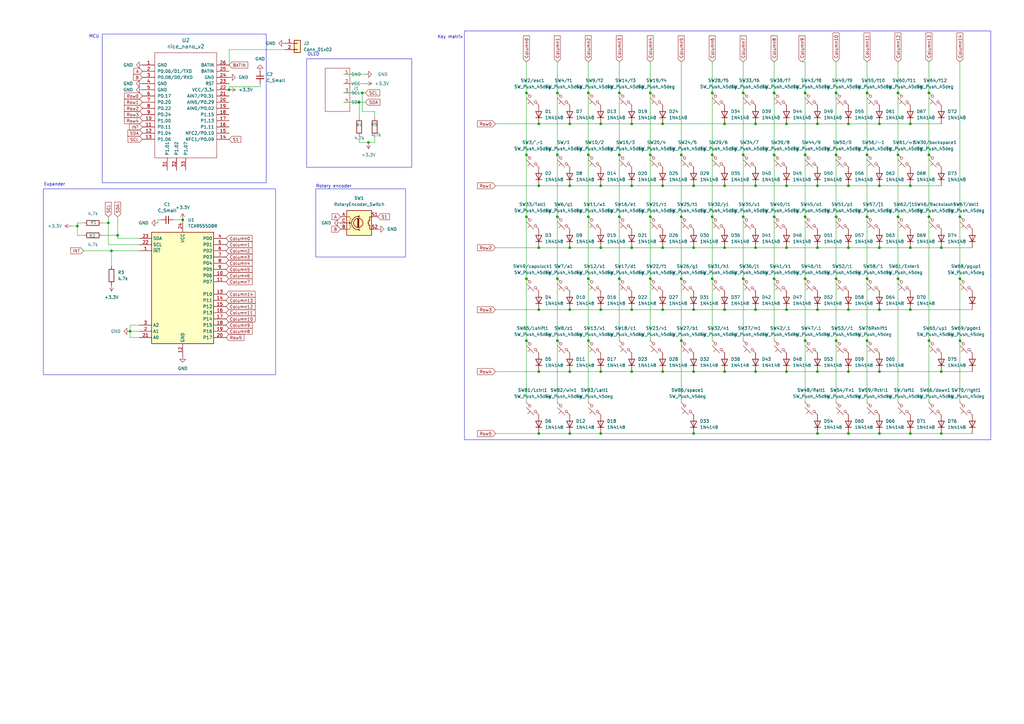
<source format=kicad_sch>
(kicad_sch (version 20250114) (generator "eeschema") (generator_version "9.0")
  (paper "A3")
  (rectangle (start 41.91 13.97) (end 109.22 74.93))
  (rectangle (start 17.78 77.47) (end 113.03 153.67))
  (rectangle (start 129.54 77.47) (end 166.37 105.41))
  (rectangle (start 125.73 24.13) (end 168.91 68.58))
  (rectangle (start 190.5 12.7) (end 406.4 180.34))
  (text "Key matrix\n" (at 184.658 15.24 0) (effects (font (size 1.27 1.27))))
  (text "Rotary encoder\n" (at 136.906 76.454 0) (effects (font (size 1.27 1.27))))
  (text "MCU\n" (at 38.608 14.986 0) (effects (font (size 1.27 1.27))))
  (text "OLED\n" (at 128.524 22.352 0) (effects (font (size 1.27 1.27))))
  (text "Expander\n" (at 22.352 75.692 0) (effects (font (size 1.27 1.27))))
  (junction (at 241.3 63.5))
  (junction (at 373.38 101.6))
  (junction (at 309.88 76.2))
  (junction (at 342.9 114.3))
  (junction (at 233.68 177.8))
  (junction (at 241.3 38.1))
  (junction (at 220.98 152.4))
  (junction (at 355.6 139.7))
  (junction (at 330.2 38.1))
  (junction (at 373.38 50.8))
  (junction (at 335.28 127))
  (junction (at 279.4 139.7))
  (junction (at 330.2 114.3))
  (junction (at 292.1 88.9))
  (junction (at 220.98 50.8))
  (junction (at 284.48 127))
  (junction (at 271.78 50.8))
  (junction (at 220.98 177.8))
  (junction (at 292.1 38.1))
  (junction (at 220.98 76.2))
  (junction (at 368.3 114.3))
  (junction (at 147.32 41.91))
  (junction (at 259.08 50.8))
  (junction (at 309.88 50.8))
  (junction (at 284.48 76.2))
  (junction (at 266.7 88.9))
  (junction (at 53.34 135.89))
  (junction (at 373.38 177.8))
  (junction (at 304.8 38.1))
  (junction (at 284.48 177.8))
  (junction (at 322.58 152.4))
  (junction (at 386.08 101.6))
  (junction (at 368.3 88.9))
  (junction (at 228.6 114.3))
  (junction (at 304.8 114.3))
  (junction (at 335.28 177.8))
  (junction (at 292.1 63.5))
  (junction (at 393.7 114.3))
  (junction (at 335.28 152.4))
  (junction (at 48.26 96.52))
  (junction (at 360.68 177.8))
  (junction (at 266.7 114.3))
  (junction (at 241.3 88.9))
  (junction (at 381 139.7))
  (junction (at 304.8 88.9))
  (junction (at 246.38 50.8))
  (junction (at 284.48 101.6))
  (junction (at 228.6 38.1))
  (junction (at 220.98 127))
  (junction (at 215.9 63.5))
  (junction (at 317.5 114.3))
  (junction (at 259.08 101.6))
  (junction (at 148.59 38.1))
  (junction (at 215.9 88.9))
  (junction (at 355.6 63.5))
  (junction (at 297.18 152.4))
  (junction (at 304.8 63.5))
  (junction (at 259.08 127))
  (junction (at 360.68 76.2))
  (junction (at 284.48 152.4))
  (junction (at 381 63.5))
  (junction (at 330.2 88.9))
  (junction (at 246.38 177.8))
  (junction (at 297.18 76.2))
  (junction (at 228.6 139.7))
  (junction (at 254 88.9))
  (junction (at 266.7 63.5))
  (junction (at 347.98 152.4))
  (junction (at 393.7 88.9))
  (junction (at 254 114.3))
  (junction (at 368.3 38.1))
  (junction (at 309.88 127))
  (junction (at 386.08 152.4))
  (junction (at 297.18 127))
  (junction (at 342.9 88.9))
  (junction (at 259.08 76.2))
  (junction (at 347.98 50.8))
  (junction (at 322.58 76.2))
  (junction (at 317.5 88.9))
  (junction (at 342.9 38.1))
  (junction (at 355.6 114.3))
  (junction (at 297.18 101.6))
  (junction (at 292.1 114.3))
  (junction (at 355.6 88.9))
  (junction (at 246.38 152.4))
  (junction (at 246.38 76.2))
  (junction (at 271.78 101.6))
  (junction (at 246.38 101.6))
  (junction (at 322.58 101.6))
  (junction (at 233.68 76.2))
  (junction (at 241.3 139.7))
  (junction (at 393.7 139.7))
  (junction (at 74.93 90.17))
  (junction (at 233.68 101.6))
  (junction (at 233.68 127))
  (junction (at 342.9 63.5))
  (junction (at 93.98 36.83))
  (junction (at 342.9 139.7))
  (junction (at 347.98 76.2))
  (junction (at 45.72 102.87))
  (junction (at 347.98 177.8))
  (junction (at 220.98 101.6))
  (junction (at 373.38 76.2))
  (junction (at 322.58 127))
  (junction (at 335.28 76.2))
  (junction (at 381 38.1))
  (junction (at 335.28 50.8))
  (junction (at 360.68 127))
  (junction (at 386.08 177.8))
  (junction (at 44.45 91.44))
  (junction (at 254 63.5))
  (junction (at 309.88 152.4))
  (junction (at 335.28 101.6))
  (junction (at 233.68 50.8))
  (junction (at 360.68 50.8))
  (junction (at 317.5 63.5))
  (junction (at 330.2 63.5))
  (junction (at 360.68 152.4))
  (junction (at 215.9 38.1))
  (junction (at 347.98 127))
  (junction (at 279.4 114.3))
  (junction (at 215.9 114.3))
  (junction (at 31.75 92.71))
  (junction (at 355.6 38.1))
  (junction (at 259.08 152.4))
  (junction (at 368.3 63.5))
  (junction (at 279.4 63.5))
  (junction (at 309.88 101.6))
  (junction (at 228.6 63.5))
  (junction (at 271.78 127))
  (junction (at 271.78 152.4))
  (junction (at 266.7 38.1))
  (junction (at 360.68 101.6))
  (junction (at 241.3 114.3))
  (junction (at 322.58 50.8))
  (junction (at 228.6 88.9))
  (junction (at 317.5 38.1))
  (junction (at 373.38 127))
  (junction (at 151.13 58.42))
  (junction (at 279.4 88.9))
  (junction (at 330.2 139.7))
  (junction (at 347.98 101.6))
  (junction (at 215.9 139.7))
  (junction (at 254 38.1))
  (junction (at 246.38 127))
  (junction (at 381 88.9))
  (junction (at 271.78 76.2))
  (junction (at 233.68 152.4))
  (junction (at 297.18 50.8))
  (wire (pts (xy 93.98 36.83) (xy 93.98 35.56)))
  (wire (pts (xy 93.98 20.32) (xy 93.98 26.67)))
  (wire (pts (xy 309.88 101.6) (xy 322.58 101.6)))
  (wire (pts (xy 355.6 38.1) (xy 355.6 63.5)))
  (wire (pts (xy 342.9 88.9) (xy 342.9 114.3)))
  (wire (pts (xy 148.59 45.72) (xy 148.59 38.1)))
  (wire (pts (xy 328.93 25.4) (xy 330.2 25.4)))
  (wire (pts (xy 373.38 127) (xy 398.78 127)))
  (wire (pts (xy 246.38 152.4) (xy 259.08 152.4)))
  (wire (pts (xy 279.4 139.7) (xy 279.4 165.1)))
  (wire (pts (xy 355.6 88.9) (xy 355.6 114.3)))
  (wire (pts (xy 393.7 139.7) (xy 393.7 165.1)))
  (wire (pts (xy 330.2 38.1) (xy 330.2 63.5)))
  (wire (pts (xy 335.28 152.4) (xy 347.98 152.4)))
  (wire (pts (xy 317.5 114.3) (xy 317.5 139.7)))
  (wire (pts (xy 292.1 63.5) (xy 292.1 88.9)))
  (wire (pts (xy 203.2 152.4) (xy 220.98 152.4)))
  (wire (pts (xy 93.98 35.56) (xy 106.68 35.56)))
  (wire (pts (xy 48.26 88.9) (xy 48.26 96.52)))
  (wire (pts (xy 360.68 177.8) (xy 373.38 177.8)))
  (wire (pts (xy 246.38 127) (xy 259.08 127)))
  (wire (pts (xy 330.2 139.7) (xy 330.2 165.1)))
  (wire (pts (xy 317.5 88.9) (xy 317.5 114.3)))
  (wire (pts (xy 233.68 152.4) (xy 246.38 152.4)))
  (wire (pts (xy 309.88 50.8) (xy 322.58 50.8)))
  (wire (pts (xy 41.91 91.44) (xy 44.45 91.44)))
  (wire (pts (xy 271.78 76.2) (xy 284.48 76.2)))
  (wire (pts (xy 44.45 91.44) (xy 44.45 100.33)))
  (wire (pts (xy 360.68 101.6) (xy 373.38 101.6)))
  (wire (pts (xy 147.32 41.91) (xy 147.32 48.26)))
  (wire (pts (xy 140.97 34.29) (xy 149.86 34.29)))
  (wire (pts (xy 347.98 127) (xy 360.68 127)))
  (wire (pts (xy 259.08 152.4) (xy 271.78 152.4)))
  (wire (pts (xy 45.72 109.22) (xy 45.72 102.87)))
  (wire (pts (xy 297.18 50.8) (xy 309.88 50.8)))
  (wire (pts (xy 266.7 25.4) (xy 266.7 38.1)))
  (wire (pts (xy 330.2 25.4) (xy 330.2 38.1)))
  (wire (pts (xy 386.08 152.4) (xy 398.78 152.4)))
  (wire (pts (xy 393.7 25.4) (xy 393.7 88.9)))
  (wire (pts (xy 271.78 127) (xy 284.48 127)))
  (wire (pts (xy 48.26 97.79) (xy 57.15 97.79)))
  (wire (pts (xy 45.72 102.87) (xy 57.15 102.87)))
  (wire (pts (xy 254 114.3) (xy 254 139.7)))
  (wire (pts (xy 381 38.1) (xy 381 63.5)))
  (wire (pts (xy 368.3 38.1) (xy 368.3 63.5)))
  (wire (pts (xy 355.6 63.5) (xy 355.6 88.9)))
  (wire (pts (xy 297.18 152.4) (xy 309.88 152.4)))
  (wire (pts (xy 266.7 38.1) (xy 266.7 63.5)))
  (wire (pts (xy 228.6 139.7) (xy 228.6 165.1)))
  (wire (pts (xy 271.78 50.8) (xy 297.18 50.8)))
  (wire (pts (xy 304.8 38.1) (xy 304.8 63.5)))
  (wire (pts (xy 309.88 152.4) (xy 322.58 152.4)))
  (wire (pts (xy 34.29 91.44) (xy 31.75 91.44)))
  (wire (pts (xy 393.7 114.3) (xy 393.7 139.7)))
  (wire (pts (xy 259.08 76.2) (xy 271.78 76.2)))
  (wire (pts (xy 228.6 25.4) (xy 228.6 38.1)))
  (wire (pts (xy 297.18 127) (xy 309.88 127)))
  (wire (pts (xy 309.88 76.2) (xy 322.58 76.2)))
  (wire (pts (xy 347.98 101.6) (xy 360.68 101.6)))
  (wire (pts (xy 347.98 177.8) (xy 360.68 177.8)))
  (wire (pts (xy 233.68 76.2) (xy 246.38 76.2)))
  (wire (pts (xy 220.98 50.8) (xy 233.68 50.8)))
  (wire (pts (xy 330.2 63.5) (xy 330.2 88.9)))
  (wire (pts (xy 355.6 114.3) (xy 355.6 139.7)))
  (wire (pts (xy 228.6 88.9) (xy 228.6 114.3)))
  (wire (pts (xy 151.13 58.42) (xy 153.67 58.42)))
  (wire (pts (xy 335.28 50.8) (xy 347.98 50.8)))
  (wire (pts (xy 44.45 100.33) (xy 57.15 100.33)))
  (wire (pts (xy 266.7 63.5) (xy 266.7 88.9)))
  (wire (pts (xy 342.9 114.3) (xy 342.9 139.7)))
  (wire (pts (xy 373.38 50.8) (xy 386.08 50.8)))
  (wire (pts (xy 203.2 127) (xy 220.98 127)))
  (wire (pts (xy 203.2 50.8) (xy 220.98 50.8)))
  (wire (pts (xy 254 38.1) (xy 254 63.5)))
  (wire (pts (xy 228.6 38.1) (xy 228.6 63.5)))
  (wire (pts (xy 106.68 35.56) (xy 106.68 34.29)))
  (wire (pts (xy 254 88.9) (xy 254 114.3)))
  (wire (pts (xy 241.3 25.4) (xy 241.3 38.1)))
  (wire (pts (xy 241.3 88.9) (xy 241.3 114.3)))
  (wire (pts (xy 304.8 114.3) (xy 304.8 139.7)))
  (wire (pts (xy 292.1 88.9) (xy 292.1 114.3)))
  (wire (pts (xy 271.78 101.6) (xy 284.48 101.6)))
  (wire (pts (xy 233.68 101.6) (xy 246.38 101.6)))
  (wire (pts (xy 233.68 50.8) (xy 246.38 50.8)))
  (wire (pts (xy 233.68 127) (xy 246.38 127)))
  (wire (pts (xy 203.2 76.2) (xy 220.98 76.2)))
  (wire (pts (xy 292.1 38.1) (xy 292.1 63.5)))
  (wire (pts (xy 147.32 55.88) (xy 147.32 58.42)))
  (wire (pts (xy 335.28 127) (xy 347.98 127)))
  (wire (pts (xy 215.9 38.1) (xy 215.9 63.5)))
  (wire (pts (xy 381 25.4) (xy 381 38.1)))
  (wire (pts (xy 317.5 25.4) (xy 317.5 38.1)))
  (wire (pts (xy 220.98 177.8) (xy 233.68 177.8)))
  (wire (pts (xy 203.2 101.6) (xy 220.98 101.6)))
  (wire (pts (xy 373.38 76.2) (xy 386.08 76.2)))
  (wire (pts (xy 335.28 177.8) (xy 347.98 177.8)))
  (wire (pts (xy 342.9 25.4) (xy 342.9 38.1)))
  (wire (pts (xy 116.84 20.32) (xy 93.98 20.32)))
  (wire (pts (xy 140.97 41.91) (xy 147.32 41.91)))
  (wire (pts (xy 342.9 63.5) (xy 342.9 88.9)))
  (wire (pts (xy 279.4 63.5) (xy 279.4 88.9)))
  (wire (pts (xy 355.6 139.7) (xy 355.6 165.1)))
  (wire (pts (xy 309.88 127) (xy 322.58 127)))
  (wire (pts (xy 228.6 63.5) (xy 228.6 88.9)))
  (wire (pts (xy 233.68 177.8) (xy 246.38 177.8)))
  (wire (pts (xy 148.59 38.1) (xy 149.86 38.1)))
  (wire (pts (xy 266.7 114.3) (xy 266.7 139.7)))
  (wire (pts (xy 373.38 177.8) (xy 386.08 177.8)))
  (wire (pts (xy 360.68 76.2) (xy 373.38 76.2)))
  (wire (pts (xy 368.3 25.4) (xy 368.3 38.1)))
  (wire (pts (xy 53.34 135.89) (xy 57.15 135.89)))
  (wire (pts (xy 57.15 133.35) (xy 53.34 133.35)))
  (wire (pts (xy 347.98 50.8) (xy 360.68 50.8)))
  (wire (pts (xy 147.32 58.42) (xy 151.13 58.42)))
  (wire (pts (xy 71.12 90.17) (xy 74.93 90.17)))
  (wire (pts (xy 304.8 63.5) (xy 304.8 88.9)))
  (wire (pts (xy 284.48 177.8) (xy 335.28 177.8)))
  (wire (pts (xy 259.08 101.6) (xy 271.78 101.6)))
  (wire (pts (xy 29.21 92.71) (xy 31.75 92.71)))
  (wire (pts (xy 360.68 50.8) (xy 373.38 50.8)))
  (wire (pts (xy 215.9 88.9) (xy 215.9 114.3)))
  (wire (pts (xy 347.98 76.2) (xy 360.68 76.2)))
  (wire (pts (xy 228.6 114.3) (xy 228.6 139.7)))
  (wire (pts (xy 220.98 127) (xy 233.68 127)))
  (wire (pts (xy 342.9 38.1) (xy 342.9 63.5)))
  (wire (pts (xy 368.3 114.3) (xy 368.3 165.1)))
  (wire (pts (xy 322.58 50.8) (xy 335.28 50.8)))
  (wire (pts (xy 347.98 152.4) (xy 360.68 152.4)))
  (wire (pts (xy 31.75 92.71) (xy 31.75 96.52)))
  (wire (pts (xy 241.3 139.7) (xy 241.3 165.1)))
  (wire (pts (xy 368.3 63.5) (xy 368.3 88.9)))
  (wire (pts (xy 304.8 25.4) (xy 304.8 38.1)))
  (wire (pts (xy 203.2 177.8) (xy 220.98 177.8)))
  (wire (pts (xy 322.58 127) (xy 335.28 127)))
  (wire (pts (xy 215.9 63.5) (xy 215.9 88.9)))
  (wire (pts (xy 140.97 38.1) (xy 148.59 38.1)))
  (wire (pts (xy 220.98 76.2) (xy 233.68 76.2)))
  (wire (pts (xy 381 63.5) (xy 381 88.9)))
  (wire (pts (xy 241.3 63.5) (xy 241.3 88.9)))
  (wire (pts (xy 31.75 91.44) (xy 31.75 92.71)))
  (wire (pts (xy 41.91 96.52) (xy 48.26 96.52)))
  (wire (pts (xy 386.08 177.8) (xy 398.78 177.8)))
  (wire (pts (xy 215.9 25.4) (xy 215.9 38.1)))
  (wire (pts (xy 64.77 90.17) (xy 64.77 91.44)))
  (wire (pts (xy 386.08 101.6) (xy 398.78 101.6)))
  (wire (pts (xy 246.38 177.8) (xy 284.48 177.8)))
  (wire (pts (xy 330.2 114.3) (xy 330.2 139.7)))
  (wire (pts (xy 34.29 102.87) (xy 45.72 102.87)))
  (wire (pts (xy 153.67 45.72) (xy 148.59 45.72)))
  (wire (pts (xy 153.67 58.42) (xy 153.67 55.88)))
  (wire (pts (xy 393.7 88.9) (xy 393.7 114.3)))
  (wire (pts (xy 322.58 101.6) (xy 335.28 101.6)))
  (wire (pts (xy 241.3 38.1) (xy 241.3 63.5)))
  (wire (pts (xy 373.38 101.6) (xy 386.08 101.6)))
  (wire (pts (xy 360.68 152.4) (xy 386.08 152.4)))
  (wire (pts (xy 284.48 76.2) (xy 297.18 76.2)))
  (wire (pts (xy 355.6 25.4) (xy 355.6 38.1)))
  (wire (pts (xy 342.9 139.7) (xy 342.9 165.1)))
  (wire (pts (xy 254 25.4) (xy 254 38.1)))
  (wire (pts (xy 44.45 88.9) (xy 44.45 91.44)))
  (wire (pts (xy 66.04 90.17) (xy 64.77 90.17)))
  (wire (pts (xy 360.68 127) (xy 373.38 127)))
  (wire (pts (xy 246.38 50.8) (xy 259.08 50.8)))
  (wire (pts (xy 284.48 152.4) (xy 297.18 152.4)))
  (wire (pts (xy 259.08 127) (xy 271.78 127)))
  (wire (pts (xy 215.9 139.7) (xy 215.9 165.1)))
  (wire (pts (xy 297.18 76.2) (xy 309.88 76.2)))
  (wire (pts (xy 292.1 25.4) (xy 292.1 38.1)))
  (wire (pts (xy 292.1 114.3) (xy 292.1 139.7)))
  (wire (pts (xy 304.8 88.9) (xy 304.8 114.3)))
  (wire (pts (xy 259.08 50.8) (xy 271.78 50.8)))
  (wire (pts (xy 246.38 76.2) (xy 259.08 76.2)))
  (wire (pts (xy 53.34 138.43) (xy 57.15 138.43)))
  (wire (pts (xy 279.4 114.3) (xy 279.4 139.7)))
  (wire (pts (xy 317.5 63.5) (xy 317.5 88.9)))
  (wire (pts (xy 271.78 152.4) (xy 284.48 152.4)))
  (wire (pts (xy 53.34 133.35) (xy 53.34 135.89)))
  (wire (pts (xy 246.38 101.6) (xy 259.08 101.6)))
  (wire (pts (xy 254 63.5) (xy 254 88.9)))
  (wire (pts (xy 279.4 25.4) (xy 279.4 63.5)))
  (wire (pts (xy 335.28 76.2) (xy 347.98 76.2)))
  (wire (pts (xy 381 139.7) (xy 381 165.1)))
  (wire (pts (xy 266.7 88.9) (xy 266.7 114.3)))
  (wire (pts (xy 368.3 88.9) (xy 368.3 114.3)))
  (wire (pts (xy 31.75 96.52) (xy 34.29 96.52)))
  (wire (pts (xy 330.2 88.9) (xy 330.2 114.3)))
  (wire (pts (xy 220.98 152.4) (xy 233.68 152.4)))
  (wire (pts (xy 241.3 114.3) (xy 241.3 139.7)))
  (wire (pts (xy 284.48 101.6) (xy 297.18 101.6)))
  (wire (pts (xy 335.28 101.6) (xy 347.98 101.6)))
  (wire (pts (xy 284.48 127) (xy 297.18 127)))
  (wire (pts (xy 220.98 101.6) (xy 233.68 101.6)))
  (wire (pts (xy 53.34 135.89) (xy 53.34 138.43)))
  (wire (pts (xy 297.18 101.6) (xy 309.88 101.6)))
  (wire (pts (xy 322.58 76.2) (xy 335.28 76.2)))
  (wire (pts (xy 48.26 96.52) (xy 48.26 97.79)))
  (wire (pts (xy 215.9 114.3) (xy 215.9 139.7)))
  (wire (pts (xy 153.67 48.26) (xy 153.67 45.72)))
  (wire (pts (xy 322.58 152.4) (xy 335.28 152.4)))
  (wire (pts (xy 140.97 30.48) (xy 149.86 30.48)))
  (wire (pts (xy 147.32 41.91) (xy 149.86 41.91)))
  (wire (pts (xy 317.5 38.1) (xy 317.5 63.5)))
  (wire (pts (xy 279.4 88.9) (xy 279.4 114.3)))
  (wire (pts (xy 381 88.9) (xy 381 139.7)))
  (global_label "Column2" (shape input) (at 241.3 25.4 90) (property "Intersheetrefs" "${INTERSHEET_REFS}" (effects (hide yes))))
  (global_label "Column3" (shape input) (at 92.71 105.41 0) (property "Intersheetrefs" "${INTERSHEET_REFS}" (effects (hide yes))))
  (global_label "Column0" (shape input) (at 92.71 97.79 0) (property "Intersheetrefs" "${INTERSHEET_REFS}" (effects (hide yes))))
  (global_label "Column3" (shape input) (at 254 25.4 90) (property "Intersheetrefs" "${INTERSHEET_REFS}" (effects (hide yes))))
  (global_label "Column6" (shape input) (at 292.1 25.4 90) (property "Intersheetrefs" "${INTERSHEET_REFS}" (effects (hide yes))))
  (global_label "INT" (shape input) (at 58.42 52.07 180) (property "Intersheetrefs" "${INTERSHEET_REFS}" (effects (hide yes))))
  (global_label "Column12" (shape input) (at 368.3 25.4 90) (property "Intersheetrefs" "${INTERSHEET_REFS}" (effects (hide yes))))
  (global_label "Row5" (shape input) (at 203.2 177.8 180) (property "Intersheetrefs" "${INTERSHEET_REFS}" (effects (hide yes))))
  (global_label "A" (shape input) (at 58.42 29.21 180) (property "Intersheetrefs" "${INTERSHEET_REFS}" (effects (hide yes))))
  (global_label "Column14" (shape input) (at 393.7 25.4 90) (property "Intersheetrefs" "${INTERSHEET_REFS}" (effects (hide yes))))
  (global_label "Column6" (shape input) (at 92.71 113.03 0) (property "Intersheetrefs" "${INTERSHEET_REFS}" (effects (hide yes))))
  (global_label "Column13" (shape input) (at 92.71 123.19 0) (property "Intersheetrefs" "${INTERSHEET_REFS}" (effects (hide yes))))
  (global_label "Column14" (shape input) (at 92.71 120.65 0) (property "Intersheetrefs" "${INTERSHEET_REFS}" (effects (hide yes))))
  (global_label "Row1" (shape input) (at 203.2 76.2 180) (property "Intersheetrefs" "${INTERSHEET_REFS}" (effects (hide yes))))
  (global_label "SCL" (shape input) (at 44.45 88.9 90) (property "Intersheetrefs" "${INTERSHEET_REFS}" (effects (hide yes))))
  (global_label "Column5" (shape input) (at 279.4 25.4 90) (property "Intersheetrefs" "${INTERSHEET_REFS}" (effects (hide yes))))
  (global_label "Column11" (shape input) (at 92.71 128.27 0) (property "Intersheetrefs" "${INTERSHEET_REFS}" (effects (hide yes))))
  (global_label "Column7" (shape input) (at 304.8 25.4 90) (property "Intersheetrefs" "${INTERSHEET_REFS}" (effects (hide yes))))
  (global_label "Column8" (shape input) (at 92.71 135.89 0) (property "Intersheetrefs" "${INTERSHEET_REFS}" (effects (hide yes))))
  (global_label "Column10" (shape input) (at 92.71 130.81 0) (property "Intersheetrefs" "${INTERSHEET_REFS}" (effects (hide yes))))
  (global_label "Row2" (shape input) (at 58.42 44.45 180) (property "Intersheetrefs" "${INTERSHEET_REFS}" (effects (hide yes))))
  (global_label "Row5" (shape input) (at 92.71 138.43 0) (property "Intersheetrefs" "${INTERSHEET_REFS}" (effects (hide yes))))
  (global_label "Column9" (shape input) (at 328.93 25.4 90) (property "Intersheetrefs" "${INTERSHEET_REFS}" (effects (hide yes))))
  (global_label "Column13" (shape input) (at 381 25.4 90) (property "Intersheetrefs" "${INTERSHEET_REFS}" (effects (hide yes))))
  (global_label "Column0" (shape input) (at 215.9 25.4 90) (property "Intersheetrefs" "${INTERSHEET_REFS}" (effects (hide yes))))
  (global_label "B" (shape input) (at 58.42 31.75 180) (property "Intersheetrefs" "${INTERSHEET_REFS}" (effects (hide yes))))
  (global_label "INT" (shape input) (at 34.29 102.87 180) (property "Intersheetrefs" "${INTERSHEET_REFS}" (effects (hide yes))))
  (global_label "S1" (shape input) (at 154.94 88.9 0) (property "Intersheetrefs" "${INTERSHEET_REFS}" (effects (hide yes))))
  (global_label "Column2" (shape input) (at 92.71 102.87 0) (property "Intersheetrefs" "${INTERSHEET_REFS}" (effects (hide yes))))
  (global_label "Column4" (shape input) (at 92.71 107.95 0) (property "Intersheetrefs" "${INTERSHEET_REFS}" (effects (hide yes))))
  (global_label "Column9" (shape input) (at 92.71 133.35 0) (property "Intersheetrefs" "${INTERSHEET_REFS}" (effects (hide yes))))
  (global_label "SDA" (shape input) (at 58.42 54.61 180) (property "Intersheetrefs" "${INTERSHEET_REFS}" (effects (hide yes))))
  (global_label "Row3" (shape input) (at 203.2 127 180) (property "Intersheetrefs" "${INTERSHEET_REFS}" (effects (hide yes))))
  (global_label "A" (shape input) (at 139.7 88.9 180) (property "Intersheetrefs" "${INTERSHEET_REFS}" (effects (hide yes))))
  (global_label "Column7" (shape input) (at 92.71 115.57 0) (property "Intersheetrefs" "${INTERSHEET_REFS}" (effects (hide yes))))
  (global_label "Row4" (shape input) (at 58.42 49.53 180) (property "Intersheetrefs" "${INTERSHEET_REFS}" (effects (hide yes))))
  (global_label "Column8" (shape input) (at 317.5 25.4 90) (property "Intersheetrefs" "${INTERSHEET_REFS}" (effects (hide yes))))
  (global_label "Column12" (shape input) (at 92.71 125.73 0) (property "Intersheetrefs" "${INTERSHEET_REFS}" (effects (hide yes))))
  (global_label "Column1" (shape input) (at 92.71 100.33 0) (property "Intersheetrefs" "${INTERSHEET_REFS}" (effects (hide yes))))
  (global_label "Row1" (shape input) (at 58.42 41.91 180) (property "Intersheetrefs" "${INTERSHEET_REFS}" (effects (hide yes))))
  (global_label "Column1" (shape input) (at 228.6 25.4 90) (property "Intersheetrefs" "${INTERSHEET_REFS}" (effects (hide yes))))
  (global_label "SDA" (shape input) (at 149.86 41.91 0) (property "Intersheetrefs" "${INTERSHEET_REFS}" (effects (hide yes))))
  (global_label "Row3" (shape input) (at 58.42 46.99 180) (property "Intersheetrefs" "${INTERSHEET_REFS}" (effects (hide yes))))
  (global_label "SCL" (shape input) (at 149.86 38.1 0) (property "Intersheetrefs" "${INTERSHEET_REFS}" (effects (hide yes))))
  (global_label "Column4" (shape input) (at 266.7 25.4 90) (property "Intersheetrefs" "${INTERSHEET_REFS}" (effects (hide yes))))
  (global_label "Column10" (shape input) (at 342.9 25.4 90) (property "Intersheetrefs" "${INTERSHEET_REFS}" (effects (hide yes))))
  (global_label "BATIN" (shape input) (at 93.98 26.67 0) (property "Intersheetrefs" "${INTERSHEET_REFS}" (effects (hide yes))))
  (global_label "Column5" (shape input) (at 92.71 110.49 0) (property "Intersheetrefs" "${INTERSHEET_REFS}" (effects (hide yes))))
  (global_label "S1" (shape input) (at 93.98 57.15 0) (property "Intersheetrefs" "${INTERSHEET_REFS}" (effects (hide yes))))
  (global_label "Row0" (shape input) (at 203.2 50.8 180) (property "Intersheetrefs" "${INTERSHEET_REFS}" (effects (hide yes))))
  (global_label "SDA" (shape input) (at 48.26 88.9 90) (property "Intersheetrefs" "${INTERSHEET_REFS}" (effects (hide yes))))
  (global_label "B" (shape input) (at 139.7 93.98 180) (property "Intersheetrefs" "${INTERSHEET_REFS}" (effects (hide yes))))
  (global_label "Column11" (shape input) (at 355.6 25.4 90) (property "Intersheetrefs" "${INTERSHEET_REFS}" (effects (hide yes))))
  (global_label "Row4" (shape input) (at 203.2 152.4 180) (property "Intersheetrefs" "${INTERSHEET_REFS}" (effects (hide yes))))
  (global_label "Row0" (shape input) (at 58.42 39.37 180) (property "Intersheetrefs" "${INTERSHEET_REFS}" (effects (hide yes))))
  (global_label "Row2" (shape input) (at 203.2 101.6 180) (property "Intersheetrefs" "${INTERSHEET_REFS}" (effects (hide yes))))
  (global_label "SCL" (shape input) (at 58.42 57.15 180) (property "Intersheetrefs" "${INTERSHEET_REFS}" (effects (hide yes))))
  (symbol (lib_id "Switch:SW_Push_45deg") (at 307.34 142.24 180) (unit 1)
    (property "Reference" "SW37/m1" (at 307.34 134.62 0))
    (property "Value" "SW_Push_45deg" (at 307.34 137.16 0))
    (property "Footprint" "cherry_hot:CherryMX_1.00u_KailhSocket" (effects (hide yes)))
    (property "Description" "Push button switch, normally open, two pins, 45° tilted" (effects (hide yes)))
  )
  (symbol (lib_id "Diode:1N4148") (at 220.98 123.19 90) (unit 1)
    (property "Reference" "D4" (at 223.52 121.9199 90) (effects (justify right)))
    (property "Value" "1N4148" (at 223.52 124.4599 90) (effects (justify right)))
    (property "Footprint" "Diode_THT:D_DO-35_SOD27_P7.62mm_Horizontal" (effects (hide yes)))
    (property "Datasheet" "https://assets.nexperia.com/documents/data-sheet/1N4148_1N4448.pdf" (effects (hide yes)))
    (property "Description" "100V 0.15A standard switching diode, DO-35" (effects (hide yes)))
    (property "Sim.Device" "D" (effects (hide yes)))
    (property "Sim.Pins" "1=K 2=A" (effects (hide yes)))
  )
  (symbol (lib_id "Diode:1N4148") (at 259.08 72.39 90) (unit 1)
    (property "Reference" "D20" (at 261.62 71.1199 90) (effects (justify right)))
    (property "Value" "1N4148" (at 261.62 73.6599 90) (effects (justify right)))
    (property "Footprint" "Diode_THT:D_DO-35_SOD27_P7.62mm_Horizontal" (effects (hide yes)))
    (property "Datasheet" "https://assets.nexperia.com/documents/data-sheet/1N4148_1N4448.pdf" (effects (hide yes)))
    (property "Description" "100V 0.15A standard switching diode, DO-35" (effects (hide yes)))
    (property "Sim.Device" "D" (effects (hide yes)))
    (property "Sim.Pins" "1=K 2=A" (effects (hide yes)))
  )
  (symbol (lib_id "Diode:1N4148") (at 347.98 173.99 90) (unit 1)
    (property "Reference" "D60" (at 350.52 172.7199 90) (effects (justify right)))
    (property "Value" "1N4148" (at 350.52 175.2599 90) (effects (justify right)))
    (property "Footprint" "Diode_THT:D_DO-35_SOD27_P7.62mm_Horizontal" (effects (hide yes)))
    (property "Datasheet" "https://assets.nexperia.com/documents/data-sheet/1N4148_1N4448.pdf" (effects (hide yes)))
    (property "Description" "100V 0.15A standard switching diode, DO-35" (effects (hide yes)))
    (property "Sim.Device" "D" (effects (hide yes)))
    (property "Sim.Pins" "1=K 2=A" (effects (hide yes)))
  )
  (symbol (lib_id "Diode:1N4148") (at 246.38 148.59 90) (unit 1)
    (property "Reference" "D17" (at 248.92 147.3199 90) (effects (justify right)))
    (property "Value" "1N4148" (at 248.92 149.8599 90) (effects (justify right)))
    (property "Footprint" "Diode_THT:D_DO-35_SOD27_P7.62mm_Horizontal" (effects (hide yes)))
    (property "Datasheet" "https://assets.nexperia.com/documents/data-sheet/1N4148_1N4448.pdf" (effects (hide yes)))
    (property "Description" "100V 0.15A standard switching diode, DO-35" (effects (hide yes)))
    (property "Sim.Device" "D" (effects (hide yes)))
    (property "Sim.Pins" "1=K 2=A" (effects (hide yes)))
  )
  (symbol (lib_id "Diode:1N4148") (at 271.78 46.99 90) (unit 1)
    (property "Reference" "D24" (at 274.32 45.7199 90) (effects (justify right)))
    (property "Value" "1N4148" (at 274.32 48.2599 90) (effects (justify right)))
    (property "Footprint" "Diode_THT:D_DO-35_SOD27_P7.62mm_Horizontal" (effects (hide yes)))
    (property "Datasheet" "https://assets.nexperia.com/documents/data-sheet/1N4148_1N4448.pdf" (effects (hide yes)))
    (property "Description" "100V 0.15A standard switching diode, DO-35" (effects (hide yes)))
    (property "Sim.Device" "D" (effects (hide yes)))
    (property "Sim.Pins" "1=K 2=A" (effects (hide yes)))
  )
  (symbol (lib_id "Diode:1N4148") (at 309.88 123.19 90) (unit 1)
    (property "Reference" "D42" (at 312.42 121.9199 90) (effects (justify right)))
    (property "Value" "1N4148" (at 312.42 124.4599 90) (effects (justify right)))
    (property "Footprint" "Diode_THT:D_DO-35_SOD27_P7.62mm_Horizontal" (effects (hide yes)))
    (property "Datasheet" "https://assets.nexperia.com/documents/data-sheet/1N4148_1N4448.pdf" (effects (hide yes)))
    (property "Description" "100V 0.15A standard switching diode, DO-35" (effects (hide yes)))
    (property "Sim.Device" "D" (effects (hide yes)))
    (property "Sim.Pins" "1=K 2=A" (effects (hide yes)))
  )
  (symbol (lib_id "Switch:SW_Push_45deg") (at 218.44 91.44 180) (unit 1)
    (property "Reference" "SW33/Tab1" (at 218.44 83.82 0))
    (property "Value" "SW_Push_45deg" (at 218.44 86.36 0))
    (property "Footprint" "cherry_hot:CherryMX_1.50u_KailhSocket" (effects (hide yes)))
    (property "Description" "Push button switch, normally open, two pins, 45° tilted" (effects (hide yes)))
  )
  (symbol (lib_id "Switch:SW_Push_45deg") (at 218.44 116.84 180) (unit 1)
    (property "Reference" "SW49/capslock1" (at 218.44 109.22 0))
    (property "Value" "SW_Push_45deg" (at 218.44 111.76 0))
    (property "Footprint" "cherry_hot:CherryMX_1.75u_KailhSocket" (effects (hide yes)))
    (property "Description" "Push button switch, normally open, two pins, 45° tilted" (effects (hide yes)))
  )
  (symbol (lib_id "power:GND") (at 139.7 91.44 270) (unit 1)
    (property "Reference" "#PWR013" (effects (hide yes)))
    (property "Value" "GND" (at 135.89 91.4399 90) (effects (justify right)))
    (property "Description" "Power symbol creates a global label with name \"GND\" , ground" (effects (hide yes)))
  )
  (symbol (lib_id "Diode:1N4148") (at 259.08 123.19 90) (unit 1)
    (property "Reference" "D22" (at 261.62 121.9199 90) (effects (justify right)))
    (property "Value" "1N4148" (at 261.62 124.4599 90) (effects (justify right)))
    (property "Footprint" "Diode_THT:D_DO-35_SOD27_P7.62mm_Horizontal" (effects (hide yes)))
    (property "Datasheet" "https://assets.nexperia.com/documents/data-sheet/1N4148_1N4448.pdf" (effects (hide yes)))
    (property "Description" "100V 0.15A standard switching diode, DO-35" (effects (hide yes)))
    (property "Sim.Device" "D" (effects (hide yes)))
    (property "Sim.Pins" "1=K 2=A" (effects (hide yes)))
  )
  (symbol (lib_id "Switch:SW_Push_45deg") (at 294.64 142.24 180) (unit 1)
    (property "Reference" "SW32/n1" (at 294.64 134.62 0))
    (property "Value" "SW_Push_45deg" (at 294.64 137.16 0))
    (property "Footprint" "cherry_hot:CherryMX_1.00u_KailhSocket" (effects (hide yes)))
    (property "Description" "Push button switch, normally open, two pins, 45° tilted" (effects (hide yes)))
  )
  (symbol (lib_id "Device:RotaryEncoder_Switch") (at 147.32 91.44 0) (unit 1)
    (property "Reference" "SW1" (at 147.32 81.28 0))
    (property "Value" "RotaryEncoder_Switch" (at 147.32 83.82 0))
    (property "Footprint" "Rotary_Encoder:RotaryEncoder_Alps_EC11E-Switch_Vertical_H20mm_MountingHoles" (effects (hide yes)))
    (property "Description" "Rotary encoder, dual channel, incremental quadrate outputs, with switch" (effects (hide yes)))
  )
  (symbol (lib_id "power:GND") (at 53.34 135.89 270) (unit 1)
    (property "Reference" "#PWR03" (effects (hide yes)))
    (property "Value" "GND" (at 49.53 135.8899 90) (effects (justify right)))
    (property "Description" "Power symbol creates a global label with name \"GND\" , ground" (effects (hide yes)))
  )
  (symbol (lib_id "Switch:SW_Push_45deg") (at 383.54 167.64 180) (unit 1)
    (property "Reference" "SW66/down1" (at 383.54 160.02 0))
    (property "Value" "SW_Push_45deg" (at 383.54 162.56 0))
    (property "Footprint" "cherry_hot:CherryMX_1.00u_KailhSocket" (effects (hide yes)))
    (property "Description" "Push button switch, normally open, two pins, 45° tilted" (effects (hide yes)))
  )
  (symbol (lib_id "Diode:1N4148") (at 233.68 123.19 90) (unit 1)
    (property "Reference" "D10" (at 236.22 121.9199 90) (effects (justify right)))
    (property "Value" "1N4148" (at 236.22 124.4599 90) (effects (justify right)))
    (property "Footprint" "Diode_THT:D_DO-35_SOD27_P7.62mm_Horizontal" (effects (hide yes)))
    (property "Datasheet" "https://assets.nexperia.com/documents/data-sheet/1N4148_1N4448.pdf" (effects (hide yes)))
    (property "Description" "100V 0.15A standard switching diode, DO-35" (effects (hide yes)))
    (property "Sim.Device" "D" (effects (hide yes)))
    (property "Sim.Pins" "1=K 2=A" (effects (hide yes)))
  )
  (symbol (lib_id "Diode:1N4148") (at 386.08 97.79 90) (unit 1)
    (property "Reference" "D74" (at 388.62 96.5199 90) (effects (justify right)))
    (property "Value" "1N4148" (at 388.62 99.0599 90) (effects (justify right)))
    (property "Footprint" "Diode_THT:D_DO-35_SOD27_P7.62mm_Horizontal" (effects (hide yes)))
    (property "Datasheet" "https://assets.nexperia.com/documents/data-sheet/1N4148_1N4448.pdf" (effects (hide yes)))
    (property "Description" "100V 0.15A standard switching diode, DO-35" (effects (hide yes)))
    (property "Sim.Device" "D" (effects (hide yes)))
    (property "Sim.Pins" "1=K 2=A" (effects (hide yes)))
  )
  (symbol (lib_id "Diode:1N4148") (at 259.08 97.79 90) (unit 1)
    (property "Reference" "D21" (at 261.62 96.5199 90) (effects (justify right)))
    (property "Value" "1N4148" (at 261.62 99.0599 90) (effects (justify right)))
    (property "Footprint" "Diode_THT:D_DO-35_SOD27_P7.62mm_Horizontal" (effects (hide yes)))
    (property "Datasheet" "https://assets.nexperia.com/documents/data-sheet/1N4148_1N4448.pdf" (effects (hide yes)))
    (property "Description" "100V 0.15A standard switching diode, DO-35" (effects (hide yes)))
    (property "Sim.Device" "D" (effects (hide yes)))
    (property "Sim.Pins" "1=K 2=A" (effects (hide yes)))
  )
  (symbol (lib_id "Switch:SW_Push_45deg") (at 345.44 40.64 180) (unit 1)
    (property "Reference" "SW49/f9" (at 345.44 33.02 0))
    (property "Value" "SW_Push_45deg" (at 345.44 35.56 0))
    (property "Footprint" "cherry_hot:CherryMX_1.00u_KailhSocket" (effects (hide yes)))
    (property "Description" "Push button switch, normally open, two pins, 45° tilted" (effects (hide yes)))
  )
  (symbol (lib_id "Diode:1N4148") (at 373.38 46.99 90) (unit 1)
    (property "Reference" "D67" (at 375.92 45.7199 90) (effects (justify right)))
    (property "Value" "1N4148" (at 375.92 48.2599 90) (effects (justify right)))
    (property "Footprint" "Diode_THT:D_DO-35_SOD27_P7.62mm_Horizontal" (effects (hide yes)))
    (property "Datasheet" "https://assets.nexperia.com/documents/data-sheet/1N4148_1N4448.pdf" (effects (hide yes)))
    (property "Description" "100V 0.15A standard switching diode, DO-35" (effects (hide yes)))
    (property "Sim.Device" "D" (effects (hide yes)))
    (property "Sim.Pins" "1=K 2=A" (effects (hide yes)))
  )
  (symbol (lib_id "Diode:1N4148") (at 398.78 173.99 90) (unit 1)
    (property "Reference" "D80" (effects (hide yes)))
    (property "Value" "1N4148" (effects (hide yes)))
    (property "Footprint" "Diode_THT:D_DO-35_SOD27_P7.62mm_Horizontal" (effects (hide yes)))
    (property "Datasheet" "https://assets.nexperia.com/documents/data-sheet/1N4148_1N4448.pdf" (effects (hide yes)))
    (property "Description" "100V 0.15A standard switching diode, DO-35" (effects (hide yes)))
    (property "Sim.Device" "D" (effects (hide yes)))
    (property "Sim.Pins" "1=K 2=A" (effects (hide yes)))
  )
  (symbol (lib_id "Diode:1N4148") (at 309.88 72.39 90) (unit 1)
    (property "Reference" "D40" (at 312.42 71.1199 90) (effects (justify right)))
    (property "Value" "1N4148" (at 312.42 73.6599 90) (effects (justify right)))
    (property "Footprint" "Diode_THT:D_DO-35_SOD27_P7.62mm_Horizontal" (effects (hide yes)))
    (property "Datasheet" "https://assets.nexperia.com/documents/data-sheet/1N4148_1N4448.pdf" (effects (hide yes)))
    (property "Description" "100V 0.15A standard switching diode, DO-35" (effects (hide yes)))
    (property "Sim.Device" "D" (effects (hide yes)))
    (property "Sim.Pins" "1=K 2=A" (effects (hide yes)))
  )
  (symbol (lib_id "Diode:1N4148") (at 347.98 72.39 90) (unit 1)
    (property "Reference" "D56" (at 350.52 71.1199 90) (effects (justify right)))
    (property "Value" "1N4148" (at 350.52 73.6599 90) (effects (justify right)))
    (property "Footprint" "Diode_THT:D_DO-35_SOD27_P7.62mm_Horizontal" (effects (hide yes)))
    (property "Datasheet" "https://assets.nexperia.com/documents/data-sheet/1N4148_1N4448.pdf" (effects (hide yes)))
    (property "Description" "100V 0.15A standard switching diode, DO-35" (effects (hide yes)))
    (property "Sim.Device" "D" (effects (hide yes)))
    (property "Sim.Pins" "1=K 2=A" (effects (hide yes)))
  )
  (symbol (lib_id "Diode:1N4148") (at 335.28 72.39 90) (unit 1)
    (property "Reference" "D50" (at 337.82 71.1199 90) (effects (justify right)))
    (property "Value" "1N4148" (at 337.82 73.6599 90) (effects (justify right)))
    (property "Footprint" "Diode_THT:D_DO-35_SOD27_P7.62mm_Horizontal" (effects (hide yes)))
    (property "Datasheet" "https://assets.nexperia.com/documents/data-sheet/1N4148_1N4448.pdf" (effects (hide yes)))
    (property "Description" "100V 0.15A standard switching diode, DO-35" (effects (hide yes)))
    (property "Sim.Device" "D" (effects (hide yes)))
    (property "Sim.Pins" "1=K 2=A" (effects (hide yes)))
  )
  (symbol (lib_id "Switch:SW_Push_45deg") (at 345.44 116.84 180) (unit 1)
    (property "Reference" "SW52/;1" (at 345.44 109.22 0))
    (property "Value" "SW_Push_45deg" (at 345.44 111.76 0))
    (property "Footprint" "cherry_hot:CherryMX_1.00u_KailhSocket" (effects (hide yes)))
    (property "Description" "Push button switch, normally open, two pins, 45° tilted" (effects (hide yes)))
  )
  (symbol (lib_id "Diode:1N4148") (at 360.68 97.79 90) (unit 1)
    (property "Reference" "D63" (at 363.22 96.5199 90) (effects (justify right)))
    (property "Value" "1N4148" (at 363.22 99.0599 90) (effects (justify right)))
    (property "Footprint" "Diode_THT:D_DO-35_SOD27_P7.62mm_Horizontal" (effects (hide yes)))
    (property "Datasheet" "https://assets.nexperia.com/documents/data-sheet/1N4148_1N4448.pdf" (effects (hide yes)))
    (property "Description" "100V 0.15A standard switching diode, DO-35" (effects (hide yes)))
    (property "Sim.Device" "D" (effects (hide yes)))
    (property "Sim.Pins" "1=K 2=A" (effects (hide yes)))
  )
  (symbol (lib_id "Switch:SW_Push_45deg") (at 281.94 116.84 180) (unit 1)
    (property "Reference" "SW26/g1" (at 281.94 109.22 0))
    (property "Value" "SW_Push_45deg" (at 281.94 111.76 0))
    (property "Footprint" "cherry_hot:CherryMX_1.00u_KailhSocket" (effects (hide yes)))
    (property "Description" "Push button switch, normally open, two pins, 45° tilted" (effects (hide yes)))
  )
  (symbol (lib_id "power:+3.3V") (at 149.86 34.29 270) (unit 1)
    (property "Reference" "#PWR015" (effects (hide yes)))
    (property "Value" "+3.3V" (at 153.67 34.2899 90) (effects (justify left)))
    (property "Description" "Power symbol creates a global label with name \"+3.3V\"" (effects (hide yes)))
  )
  (symbol (lib_id "Device:R") (at 147.32 52.07 0) (unit 1)
    (property "Reference" "R4" (at 146.05 51.308 0) (effects (justify left)))
    (property "Value" "4.7k" (at 145.288 56.642 0) (effects (justify left)))
    (property "Footprint" "Resistor_SMD:R_0603_1608Metric_Pad0.98x0.95mm_HandSolder" (effects (hide yes)))
    (property "Description" "Resistor" (effects (hide yes)))
  )
  (symbol (lib_id "Switch:SW_Push_45deg") (at 370.84 66.04 180) (unit 1)
    (property "Reference" "SW61/=1" (at 370.84 58.42 0))
    (property "Value" "SW_Push_45deg" (at 370.84 60.96 0))
    (property "Footprint" "cherry_hot:CherryMX_1.00u_KailhSocket" (effects (hide yes)))
    (property "Description" "Push button switch, normally open, two pins, 45° tilted" (effects (hide yes)))
  )
  (symbol (lib_id "Diode:1N4148") (at 373.38 97.79 90) (unit 1)
    (property "Reference" "D69" (at 375.92 96.5199 90) (effects (justify right)))
    (property "Value" "1N4148" (at 375.92 99.0599 90) (effects (justify right)))
    (property "Footprint" "Diode_THT:D_DO-35_SOD27_P7.62mm_Horizontal" (effects (hide yes)))
    (property "Datasheet" "https://assets.nexperia.com/documents/data-sheet/1N4148_1N4448.pdf" (effects (hide yes)))
    (property "Description" "100V 0.15A standard switching diode, DO-35" (effects (hide yes)))
    (property "Sim.Device" "D" (effects (hide yes)))
    (property "Sim.Pins" "1=K 2=A" (effects (hide yes)))
  )
  (symbol (lib_id "Diode:1N4148") (at 335.28 148.59 90) (unit 1)
    (property "Reference" "D53" (at 337.82 147.3199 90) (effects (justify right)))
    (property "Value" "1N4148" (at 337.82 149.8599 90) (effects (justify right)))
    (property "Footprint" "Diode_THT:D_DO-35_SOD27_P7.62mm_Horizontal" (effects (hide yes)))
    (property "Datasheet" "https://assets.nexperia.com/documents/data-sheet/1N4148_1N4448.pdf" (effects (hide yes)))
    (property "Description" "100V 0.15A standard switching diode, DO-35" (effects (hide yes)))
    (property "Sim.Device" "D" (effects (hide yes)))
    (property "Sim.Pins" "1=K 2=A" (effects (hide yes)))
  )
  (symbol (lib_id "Diode:1N4148") (at 360.68 148.59 90) (unit 1)
    (property "Reference" "D65" (at 363.22 147.3199 90) (effects (justify right)))
    (property "Value" "1N4148" (at 363.22 149.8599 90) (effects (justify right)))
    (property "Footprint" "Diode_THT:D_DO-35_SOD27_P7.62mm_Horizontal" (effects (hide yes)))
    (property "Datasheet" "https://assets.nexperia.com/documents/data-sheet/1N4148_1N4448.pdf" (effects (hide yes)))
    (property "Description" "100V 0.15A standard switching diode, DO-35" (effects (hide yes)))
    (property "Sim.Device" "D" (effects (hide yes)))
    (property "Sim.Pins" "1=K 2=A" (effects (hide yes)))
  )
  (symbol (lib_id "Switch:SW_Push_45deg") (at 383.54 40.64 180) (unit 1)
    (property "Reference" "SW64/f12" (at 383.54 33.02 0))
    (property "Value" "SW_Push_45deg" (at 383.54 35.56 0))
    (property "Footprint" "cherry_hot:CherryMX_1.00u_KailhSocket" (effects (hide yes)))
    (property "Description" "Push button switch, normally open, two pins, 45° tilted" (effects (hide yes)))
  )
  (symbol (lib_id "Diode:1N4148") (at 220.98 97.79 90) (unit 1)
    (property "Reference" "D3" (at 223.52 96.5199 90) (effects (justify right)))
    (property "Value" "1N4148" (at 223.52 99.0599 90) (effects (justify right)))
    (property "Footprint" "Diode_THT:D_DO-35_SOD27_P7.62mm_Horizontal" (effects (hide yes)))
    (property "Datasheet" "https://assets.nexperia.com/documents/data-sheet/1N4148_1N4448.pdf" (effects (hide yes)))
    (property "Description" "100V 0.15A standard switching diode, DO-35" (effects (hide yes)))
    (property "Sim.Device" "D" (effects (hide yes)))
    (property "Sim.Pins" "1=K 2=A" (effects (hide yes)))
  )
  (symbol (lib_id "Diode:1N4148") (at 259.08 148.59 90) (unit 1)
    (property "Reference" "D23" (at 261.62 147.3199 90) (effects (justify right)))
    (property "Value" "1N4148" (at 261.62 149.8599 90) (effects (justify right)))
    (property "Footprint" "Diode_THT:D_DO-35_SOD27_P7.62mm_Horizontal" (effects (hide yes)))
    (property "Datasheet" "https://assets.nexperia.com/documents/data-sheet/1N4148_1N4448.pdf" (effects (hide yes)))
    (property "Description" "100V 0.15A standard switching diode, DO-35" (effects (hide yes)))
    (property "Sim.Device" "D" (effects (hide yes)))
    (property "Sim.Pins" "1=K 2=A" (effects (hide yes)))
  )
  (symbol (lib_id "Diode:1N4148") (at 220.98 173.99 90) (unit 1)
    (property "Reference" "D6" (at 223.52 172.7199 90) (effects (justify right)))
    (property "Value" "1N4148" (at 223.52 175.2599 90) (effects (justify right)))
    (property "Footprint" "Diode_THT:D_DO-35_SOD27_P7.62mm_Horizontal" (effects (hide yes)))
    (property "Datasheet" "https://assets.nexperia.com/documents/data-sheet/1N4148_1N4448.pdf" (effects (hide yes)))
    (property "Description" "100V 0.15A standard switching diode, DO-35" (effects (hide yes)))
    (property "Sim.Device" "D" (effects (hide yes)))
    (property "Sim.Pins" "1=K 2=A" (effects (hide yes)))
  )
  (symbol (lib_id "Switch:SW_Push_45deg") (at 269.24 40.64 180) (unit 1)
    (property "Reference" "SW19/f4" (at 269.24 33.02 0))
    (property "Value" "SW_Push_45deg" (at 269.24 35.56 0))
    (property "Footprint" "cherry_hot:CherryMX_1.00u_KailhSocket" (effects (hide yes)))
    (property "Description" "Push button switch, normally open, two pins, 45° tilted" (effects (hide yes)))
  )
  (symbol (lib_id "Diode:1N4148") (at 233.68 72.39 90) (unit 1)
    (property "Reference" "D8" (at 236.22 71.1199 90) (effects (justify right)))
    (property "Value" "1N4148" (at 236.22 73.6599 90) (effects (justify right)))
    (property "Footprint" "Diode_THT:D_DO-35_SOD27_P7.62mm_Horizontal" (effects (hide yes)))
    (property "Datasheet" "https://assets.nexperia.com/documents/data-sheet/1N4148_1N4448.pdf" (effects (hide yes)))
    (property "Description" "100V 0.15A standard switching diode, DO-35" (effects (hide yes)))
    (property "Sim.Device" "D" (effects (hide yes)))
    (property "Sim.Pins" "1=K 2=A" (effects (hide yes)))
  )
  (symbol (lib_id "Switch:SW_Push_45deg") (at 294.64 116.84 180) (unit 1)
    (property "Reference" "SW31/h1" (at 294.64 109.22 0))
    (property "Value" "SW_Push_45deg" (at 294.64 111.76 0))
    (property "Footprint" "cherry_hot:CherryMX_1.00u_KailhSocket" (effects (hide yes)))
    (property "Description" "Push button switch, normally open, two pins, 45° tilted" (effects (hide yes)))
  )
  (symbol (lib_id "Diode:1N4148") (at 246.38 72.39 90) (unit 1)
    (property "Reference" "D14" (at 248.92 71.1199 90) (effects (justify right)))
    (property "Value" "1N4148" (at 248.92 73.6599 90) (effects (justify right)))
    (property "Footprint" "Diode_THT:D_DO-35_SOD27_P7.62mm_Horizontal" (effects (hide yes)))
    (property "Datasheet" "https://assets.nexperia.com/documents/data-sheet/1N4148_1N4448.pdf" (effects (hide yes)))
    (property "Description" "100V 0.15A standard switching diode, DO-35" (effects (hide yes)))
    (property "Sim.Device" "D" (effects (hide yes)))
    (property "Sim.Pins" "1=K 2=A" (effects (hide yes)))
  )
  (symbol (lib_id "Switch:SW_Push_45deg") (at 269.24 66.04 180) (unit 1)
    (property "Reference" "SW20/4" (at 269.24 58.42 0))
    (property "Value" "SW_Push_45deg" (at 269.24 60.96 0))
    (property "Footprint" "cherry_hot:CherryMX_1.00u_KailhSocket" (effects (hide yes)))
    (property "Description" "Push button switch, normally open, two pins, 45° tilted" (effects (hide yes)))
  )
  (symbol (lib_id "Switch:SW_Push_45deg") (at 383.54 142.24 180) (unit 1)
    (property "Reference" "SW65/up1" (at 383.54 134.62 0))
    (property "Value" "SW_Push_45deg" (at 383.54 137.16 0))
    (property "Footprint" "cherry_hot:CherryMX_1.00u_KailhSocket" (effects (hide yes)))
    (property "Description" "Push button switch, normally open, two pins, 45° tilted" (effects (hide yes)))
  )
  (symbol (lib_id "power:+3.3V") (at 45.72 116.84 180) (unit 1)
    (property "Reference" "#PWR02" (effects (hide yes)))
    (property "Value" "+3.3V" (at 45.72 121.92 0))
    (property "Description" "Power symbol creates a global label with name \"+3.3V\"" (effects (hide yes)))
  )
  (symbol (lib_id "Switch:SW_Push_45deg") (at 294.64 66.04 180) (unit 1)
    (property "Reference" "SW29/6" (at 294.64 58.42 0))
    (property "Value" "SW_Push_45deg" (at 294.64 60.96 0))
    (property "Footprint" "cherry_hot:CherryMX_1.00u_KailhSocket" (effects (hide yes)))
    (property "Description" "Push button switch, normally open, two pins, 45° tilted" (effects (hide yes)))
  )
  (symbol (lib_id "Diode:1N4148") (at 335.28 46.99 90) (unit 1)
    (property "Reference" "D49" (at 337.82 45.7199 90) (effects (justify right)))
    (property "Value" "1N4148" (at 337.82 48.2599 90) (effects (justify right)))
    (property "Footprint" "Diode_THT:D_DO-35_SOD27_P7.62mm_Horizontal" (effects (hide yes)))
    (property "Datasheet" "https://assets.nexperia.com/documents/data-sheet/1N4148_1N4448.pdf" (effects (hide yes)))
    (property "Description" "100V 0.15A standard switching diode, DO-35" (effects (hide yes)))
    (property "Sim.Device" "D" (effects (hide yes)))
    (property "Sim.Pins" "1=K 2=A" (effects (hide yes)))
  )
  (symbol (lib_id "power:+3.3V") (at 74.93 90.17 0) (unit 1)
    (property "Reference" "#PWR08" (effects (hide yes)))
    (property "Value" "+3.3V" (at 74.93 85.09 0))
    (property "Description" "Power symbol creates a global label with name \"+3.3V\"" (effects (hide yes)))
  )
  (symbol (lib_id "Switch:SW_Push_45deg") (at 231.14 116.84 180) (unit 1)
    (property "Reference" "SW7/a1" (at 231.14 109.22 0))
    (property "Value" "SW_Push_45deg" (at 231.14 111.76 0))
    (property "Footprint" "cherry_hot:CherryMX_1.00u_KailhSocket" (effects (hide yes)))
    (property "Description" "Push button switch, normally open, two pins, 45° tilted" (effects (hide yes)))
  )
  (symbol (lib_id "Diode:1N4148") (at 322.58 46.99 90) (unit 1)
    (property "Reference" "D44" (at 325.12 45.7199 90) (effects (justify right)))
    (property "Value" "1N4148" (at 325.12 48.2599 90) (effects (justify right)))
    (property "Footprint" "Diode_THT:D_DO-35_SOD27_P7.62mm_Horizontal" (effects (hide yes)))
    (property "Datasheet" "https://assets.nexperia.com/documents/data-sheet/1N4148_1N4448.pdf" (effects (hide yes)))
    (property "Description" "100V 0.15A standard switching diode, DO-35" (effects (hide yes)))
    (property "Sim.Device" "D" (effects (hide yes)))
    (property "Sim.Pins" "1=K 2=A" (effects (hide yes)))
  )
  (symbol (lib_id "Switch:SW_Push_45deg") (at 256.54 116.84 180) (unit 1)
    (property "Reference" "SW17/d1" (at 256.54 109.22 0))
    (property "Value" "SW_Push_45deg" (at 256.54 111.76 0))
    (property "Footprint" "cherry_hot:CherryMX_1.00u_KailhSocket" (effects (hide yes)))
    (property "Description" "Push button switch, normally open, two pins, 45° tilted" (effects (hide yes)))
  )
  (symbol (lib_id "Switch:SW_Push_45deg") (at 383.54 66.04 180) (unit 1)
    (property "Reference" "SW30/backspace1" (at 383.54 58.42 0))
    (property "Value" "SW_Push_45deg" (at 383.54 60.96 0))
    (property "Footprint" "cherry_hot_stab:CherryMX_2.00u_KailhSocket_StabWireBottom" (effects (hide yes)))
    (property "Description" "Push button switch, normally open, two pins, 45° tilted" (effects (hide yes)))
  )
  (symbol (lib_id "Switch:SW_Push_45deg") (at 307.34 66.04 180) (unit 1)
    (property "Reference" "SW34/7" (at 307.34 58.42 0))
    (property "Value" "SW_Push_45deg" (at 307.34 60.96 0))
    (property "Footprint" "cherry_hot:CherryMX_1.00u_KailhSocket" (effects (hide yes)))
    (property "Description" "Push button switch, normally open, two pins, 45° tilted" (effects (hide yes)))
  )
  (symbol (lib_id "Diode:1N4148") (at 246.38 97.79 90) (unit 1)
    (property "Reference" "D15" (at 248.92 96.5199 90) (effects (justify right)))
    (property "Value" "1N4148" (at 248.92 99.0599 90) (effects (justify right)))
    (property "Footprint" "Diode_THT:D_DO-35_SOD27_P7.62mm_Horizontal" (effects (hide yes)))
    (property "Datasheet" "https://assets.nexperia.com/documents/data-sheet/1N4148_1N4448.pdf" (effects (hide yes)))
    (property "Description" "100V 0.15A standard switching diode, DO-35" (effects (hide yes)))
    (property "Sim.Device" "D" (effects (hide yes)))
    (property "Sim.Pins" "1=K 2=A" (effects (hide yes)))
  )
  (symbol (lib_id "New_Library:oled_128*32") (at 138.43 35.56 0) (unit 1)
    (property "Reference" "J1" (at 144.78 36.1949 0) (effects (justify left)))
    (property "Value" "~" (at 144.78 38.1 0) (effects (justify left)))
    (property "Footprint" "KiCad-SSD1306-0.91-OLED-4pin-128x32.pretty-master:SSD1306-0.91-OLED-4pin-128x32" (effects (hide yes)))
  )
  (symbol (lib_id "Switch:SW_Push_45deg") (at 269.24 142.24 180) (unit 1)
    (property "Reference" "SW23/v1" (at 269.24 134.62 0))
    (property "Value" "SW_Push_45deg" (at 269.24 137.16 0))
    (property "Footprint" "cherry_hot:CherryMX_1.00u_KailhSocket" (effects (hide yes)))
    (property "Description" "Push button switch, normally open, two pins, 45° tilted" (effects (hide yes)))
  )
  (symbol (lib_id "Diode:1N4148") (at 335.28 173.99 90) (unit 1)
    (property "Reference" "D54" (at 337.82 172.7199 90) (effects (justify right)))
    (property "Value" "1N4148" (at 337.82 175.2599 90) (effects (justify right)))
    (property "Footprint" "Diode_THT:D_DO-35_SOD27_P7.62mm_Horizontal" (effects (hide yes)))
    (property "Datasheet" "https://assets.nexperia.com/documents/data-sheet/1N4148_1N4448.pdf" (effects (hide yes)))
    (property "Description" "100V 0.15A standard switching diode, DO-35" (effects (hide yes)))
    (property "Sim.Device" "D" (effects (hide yes)))
    (property "Sim.Pins" "1=K 2=A" (effects (hide yes)))
  )
  (symbol (lib_id "Diode:1N4148") (at 335.28 97.79 90) (unit 1)
    (property "Reference" "D51" (at 337.82 96.5199 90) (effects (justify right)))
    (property "Value" "1N4148" (at 337.82 99.0599 90) (effects (justify right)))
    (property "Footprint" "Diode_THT:D_DO-35_SOD27_P7.62mm_Horizontal" (effects (hide yes)))
    (property "Datasheet" "https://assets.nexperia.com/documents/data-sheet/1N4148_1N4448.pdf" (effects (hide yes)))
    (property "Description" "100V 0.15A standard switching diode, DO-35" (effects (hide yes)))
    (property "Sim.Device" "D" (effects (hide yes)))
    (property "Sim.Pins" "1=K 2=A" (effects (hide yes)))
  )
  (symbol (lib_id "Switch:SW_Push_45deg") (at 307.34 91.44 180) (unit 1)
    (property "Reference" "SW35/u1" (at 307.34 83.82 0))
    (property "Value" "SW_Push_45deg" (at 307.34 86.36 0))
    (property "Footprint" "cherry_hot:CherryMX_1.00u_KailhSocket" (effects (hide yes)))
    (property "Description" "Push button switch, normally open, two pins, 45° tilted" (effects (hide yes)))
  )
  (symbol (lib_id "Diode:1N4148") (at 386.08 173.99 90) (unit 1)
    (property "Reference" "D76" (at 388.62 172.7199 90) (effects (justify right)))
    (property "Value" "1N4148" (at 388.62 175.2599 90) (effects (justify right)))
    (property "Footprint" "Diode_THT:D_DO-35_SOD27_P7.62mm_Horizontal" (effects (hide yes)))
    (property "Datasheet" "https://assets.nexperia.com/documents/data-sheet/1N4148_1N4448.pdf" (effects (hide yes)))
    (property "Description" "100V 0.15A standard switching diode, DO-35" (effects (hide yes)))
    (property "Sim.Device" "D" (effects (hide yes)))
    (property "Sim.Pins" "1=K 2=A" (effects (hide yes)))
  )
  (symbol (lib_id "Diode:1N4148") (at 246.38 173.99 90) (unit 1)
    (property "Reference" "D18" (at 248.92 172.7199 90) (effects (justify right)))
    (property "Value" "1N4148" (at 248.92 175.2599 90) (effects (justify right)))
    (property "Footprint" "Diode_THT:D_DO-35_SOD27_P7.62mm_Horizontal" (effects (hide yes)))
    (property "Datasheet" "https://assets.nexperia.com/documents/data-sheet/1N4148_1N4448.pdf" (effects (hide yes)))
    (property "Description" "100V 0.15A standard switching diode, DO-35" (effects (hide yes)))
    (property "Sim.Device" "D" (effects (hide yes)))
    (property "Sim.Pins" "1=K 2=A" (effects (hide yes)))
  )
  (symbol (lib_id "Switch:SW_Push_45deg") (at 396.24 167.64 180) (unit 1)
    (property "Reference" "SW70/right1" (at 396.24 160.02 0))
    (property "Value" "SW_Push_45deg" (at 396.24 162.56 0))
    (property "Footprint" "cherry_hot:CherryMX_1.00u_KailhSocket" (effects (hide yes)))
    (property "Description" "Push button switch, normally open, two pins, 45° tilted" (effects (hide yes)))
  )
  (symbol (lib_id "Diode:1N4148") (at 220.98 72.39 90) (unit 1)
    (property "Reference" "D2" (at 223.52 71.1199 90) (effects (justify right)))
    (property "Value" "1N4148" (at 223.52 73.6599 90) (effects (justify right)))
    (property "Footprint" "Diode_THT:D_DO-35_SOD27_P7.62mm_Horizontal" (effects (hide yes)))
    (property "Datasheet" "https://assets.nexperia.com/documents/data-sheet/1N4148_1N4448.pdf" (effects (hide yes)))
    (property "Description" "100V 0.15A standard switching diode, DO-35" (effects (hide yes)))
    (property "Sim.Device" "D" (effects (hide yes)))
    (property "Sim.Pins" "1=K 2=A" (effects (hide yes)))
  )
  (symbol (lib_id "Switch:SW_Push_45deg") (at 332.74 167.64 180) (unit 1)
    (property "Reference" "SW48/Ralt1" (at 332.74 160.02 0))
    (property "Value" "SW_Push_45deg" (at 332.74 162.56 0))
    (property "Footprint" "cherry_hot:CherryMX_1.00u_KailhSocket" (effects (hide yes)))
    (property "Description" "Push button switch, normally open, two pins, 45° tilted" (effects (hide yes)))
  )
  (symbol (lib_id "Diode:1N4148") (at 347.98 123.19 90) (unit 1)
    (property "Reference" "D58" (at 350.52 121.9199 90) (effects (justify right)))
    (property "Value" "1N4148" (at 350.52 124.4599 90) (effects (justify right)))
    (property "Footprint" "Diode_THT:D_DO-35_SOD27_P7.62mm_Horizontal" (effects (hide yes)))
    (property "Datasheet" "https://assets.nexperia.com/documents/data-sheet/1N4148_1N4448.pdf" (effects (hide yes)))
    (property "Description" "100V 0.15A standard switching diode, DO-35" (effects (hide yes)))
    (property "Sim.Device" "D" (effects (hide yes)))
    (property "Sim.Pins" "1=K 2=A" (effects (hide yes)))
  )
  (symbol (lib_id "Switch:SW_Push_45deg") (at 243.84 142.24 180) (unit 1)
    (property "Reference" "SW13/x1" (at 243.84 134.62 0))
    (property "Value" "SW_Push_45deg" (at 243.84 137.16 0))
    (property "Footprint" "cherry_hot:CherryMX_1.00u_KailhSocket" (effects (hide yes)))
    (property "Description" "Push button switch, normally open, two pins, 45° tilted" (effects (hide yes)))
  )
  (symbol (lib_id "Diode:1N4148") (at 271.78 148.59 90) (unit 1)
    (property "Reference" "D28" (at 274.32 147.3199 90) (effects (justify right)))
    (property "Value" "1N4148" (at 274.32 149.8599 90) (effects (justify right)))
    (property "Footprint" "Diode_THT:D_DO-35_SOD27_P7.62mm_Horizontal" (effects (hide yes)))
    (property "Datasheet" "https://assets.nexperia.com/documents/data-sheet/1N4148_1N4448.pdf" (effects (hide yes)))
    (property "Description" "100V 0.15A standard switching diode, DO-35" (effects (hide yes)))
    (property "Sim.Device" "D" (effects (hide yes)))
    (property "Sim.Pins" "1=K 2=A" (effects (hide yes)))
  )
  (symbol (lib_id "Switch:SW_Push_45deg") (at 218.44 40.64 180) (unit 1)
    (property "Reference" "SW2/esc1" (at 218.44 33.02 0))
    (property "Value" "SW_Push_45deg" (at 218.44 35.56 0))
    (property "Footprint" "cherry_hot:CherryMX_1.00u_KailhSocket" (effects (hide yes)))
    (property "Description" "Push button switch, normally open, two pins, 45° tilted" (effects (hide yes)))
  )
  (symbol (lib_id "Switch:SW_Push_45deg") (at 281.94 142.24 180) (unit 1)
    (property "Reference" "SW27/b1" (at 281.94 134.62 0))
    (property "Value" "SW_Push_45deg" (at 281.94 137.16 0))
    (property "Footprint" "cherry_hot:CherryMX_1.00u_KailhSocket" (effects (hide yes)))
    (property "Description" "Push button switch, normally open, two pins, 45° tilted" (effects (hide yes)))
  )
  (symbol (lib_id "Diode:1N4148") (at 322.58 148.59 90) (unit 1)
    (property "Reference" "D48" (at 325.12 147.3199 90) (effects (justify right)))
    (property "Value" "1N4148" (at 325.12 149.8599 90) (effects (justify right)))
    (property "Footprint" "Diode_THT:D_DO-35_SOD27_P7.62mm_Horizontal" (effects (hide yes)))
    (property "Datasheet" "https://assets.nexperia.com/documents/data-sheet/1N4148_1N4448.pdf" (effects (hide yes)))
    (property "Description" "100V 0.15A standard switching diode, DO-35" (effects (hide yes)))
    (property "Sim.Device" "D" (effects (hide yes)))
    (property "Sim.Pins" "1=K 2=A" (effects (hide yes)))
  )
  (symbol (lib_id "power:GND") (at 74.93 146.05 0) (unit 1)
    (property "Reference" "#PWR09" (effects (hide yes)))
    (property "Value" "GND" (at 74.93 151.13 0))
    (property "Description" "Power symbol creates a global label with name \"GND\" , ground" (effects (hide yes)))
  )
  (symbol (lib_id "Switch:SW_Push_45deg") (at 269.24 116.84 180) (unit 1)
    (property "Reference" "SW22/f1" (at 269.24 109.22 0))
    (property "Value" "SW_Push_45deg" (at 269.24 111.76 0))
    (property "Footprint" "cherry_hot:CherryMX_1.00u_KailhSocket" (effects (hide yes)))
    (property "Description" "Push button switch, normally open, two pins, 45° tilted" (effects (hide yes)))
  )
  (symbol (lib_id "Switch:SW_Push_45deg") (at 396.24 91.44 180) (unit 1)
    (property "Reference" "SW67/del1" (at 396.24 83.82 0))
    (property "Value" "SW_Push_45deg" (at 396.24 86.36 0))
    (property "Footprint" "cherry_hot:CherryMX_1.00u_KailhSocket" (effects (hide yes)))
    (property "Description" "Push button switch, normally open, two pins, 45° tilted" (effects (hide yes)))
  )
  (symbol (lib_id "Diode:1N4148") (at 360.68 72.39 90) (unit 1)
    (property "Reference" "D62" (at 363.22 71.1199 90) (effects (justify right)))
    (property "Value" "1N4148" (at 363.22 73.6599 90) (effects (justify right)))
    (property "Footprint" "Diode_THT:D_DO-35_SOD27_P7.62mm_Horizontal" (effects (hide yes)))
    (property "Datasheet" "https://assets.nexperia.com/documents/data-sheet/1N4148_1N4448.pdf" (effects (hide yes)))
    (property "Description" "100V 0.15A standard switching diode, DO-35" (effects (hide yes)))
    (property "Sim.Device" "D" (effects (hide yes)))
    (property "Sim.Pins" "1=K 2=A" (effects (hide yes)))
  )
  (symbol (lib_id "power:GND") (at 93.98 31.75 90) (unit 1)
    (property "Reference" "#PWR010" (effects (hide yes)))
    (property "Value" "GND" (at 97.79 31.7499 90) (effects (justify right)))
    (property "Description" "Power symbol creates a global label with name \"GND\" , ground" (effects (hide yes)))
  )
  (symbol (lib_id "Diode:1N4148") (at 335.28 123.19 90) (unit 1)
    (property "Reference" "D52" (at 337.82 121.9199 90) (effects (justify right)))
    (property "Value" "1N4148" (at 337.82 124.4599 90) (effects (justify right)))
    (property "Footprint" "Diode_THT:D_DO-35_SOD27_P7.62mm_Horizontal" (effects (hide yes)))
    (property "Datasheet" "https://assets.nexperia.com/documents/data-sheet/1N4148_1N4448.pdf" (effects (hide yes)))
    (property "Description" "100V 0.15A standard switching diode, DO-35" (effects (hide yes)))
    (property "Sim.Device" "D" (effects (hide yes)))
    (property "Sim.Pins" "1=K 2=A" (effects (hide yes)))
  )
  (symbol (lib_id "Switch:SW_Push_45deg") (at 320.04 91.44 180) (unit 1)
    (property "Reference" "SW40/i1" (at 320.04 83.82 0))
    (property "Value" "SW_Push_45deg" (at 320.04 86.36 0))
    (property "Footprint" "cherry_hot:CherryMX_1.00u_KailhSocket" (effects (hide yes)))
    (property "Description" "Push button switch, normally open, two pins, 45° tilted" (effects (hide yes)))
  )
  (symbol (lib_id "Diode:1N4148") (at 220.98 46.99 90) (unit 1)
    (property "Reference" "D1" (at 223.52 45.7199 90) (effects (justify right)))
    (property "Value" "1N4148" (at 223.52 48.2599 90) (effects (justify right)))
    (property "Footprint" "Diode_THT:D_DO-35_SOD27_P7.62mm_Horizontal" (effects (hide yes)))
    (property "Datasheet" "https://assets.nexperia.com/documents/data-sheet/1N4148_1N4448.pdf" (effects (hide yes)))
    (property "Description" "100V 0.15A standard switching diode, DO-35" (effects (hide yes)))
    (property "Sim.Device" "D" (effects (hide yes)))
    (property "Sim.Pins" "1=K 2=A" (effects (hide yes)))
  )
  (symbol (lib_id "Diode:1N4148") (at 246.38 46.99 90) (unit 1)
    (property "Reference" "D13" (at 248.92 45.7199 90) (effects (justify right)))
    (property "Value" "1N4148" (at 248.92 48.2599 90) (effects (justify right)))
    (property "Footprint" "Diode_THT:D_DO-35_SOD27_P7.62mm_Horizontal" (effects (hide yes)))
    (property "Datasheet" "https://assets.nexperia.com/documents/data-sheet/1N4148_1N4448.pdf" (effects (hide yes)))
    (property "Description" "100V 0.15A standard switching diode, DO-35" (effects (hide yes)))
    (property "Sim.Device" "D" (effects (hide yes)))
    (property "Sim.Pins" "1=K 2=A" (effects (hide yes)))
  )
  (symbol (lib_id "Diode:1N4148") (at 398.78 123.19 90) (unit 1)
    (property "Reference" "D78" (effects (hide yes)))
    (property "Value" "1N4148" (effects (hide yes)))
    (property "Footprint" "Diode_THT:D_DO-35_SOD27_P7.62mm_Horizontal" (effects (hide yes)))
    (property "Datasheet" "https://assets.nexperia.com/documents/data-sheet/1N4148_1N4448.pdf" (effects (hide yes)))
    (property "Description" "100V 0.15A standard switching diode, DO-35" (effects (hide yes)))
    (property "Sim.Device" "D" (effects (hide yes)))
    (property "Sim.Pins" "1=K 2=A" (effects (hide yes)))
  )
  (symbol (lib_id "Switch:SW_Push_45deg") (at 320.04 40.64 180) (unit 1)
    (property "Reference" "SW38/f7" (at 320.04 33.02 0))
    (property "Value" "SW_Push_45deg" (at 320.04 35.56 0))
    (property "Footprint" "cherry_hot:CherryMX_1.00u_KailhSocket" (effects (hide yes)))
    (property "Description" "Push button switch, normally open, two pins, 45° tilted" (effects (hide yes)))
  )
  (symbol (lib_id "Switch:SW_Push_45deg") (at 294.64 91.44 180) (unit 1)
    (property "Reference" "SW30/y1" (at 294.64 83.82 0))
    (property "Value" "SW_Push_45deg" (at 294.64 86.36 0))
    (property "Footprint" "cherry_hot:CherryMX_1.00u_KailhSocket" (effects (hide yes)))
    (property "Description" "Push button switch, normally open, two pins, 45° tilted" (effects (hide yes)))
  )
  (symbol (lib_id "Switch:SW_Push_45deg") (at 320.04 142.24 180) (unit 1)
    (property "Reference" "SW42/,1" (at 320.04 134.62 0))
    (property "Value" "SW_Push_45deg" (at 320.04 137.16 0))
    (property "Footprint" "cherry_hot:CherryMX_1.00u_KailhSocket" (effects (hide yes)))
    (property "Description" "Push button switch, normally open, two pins, 45° tilted" (effects (hide yes)))
  )
  (symbol (lib_id "Switch:SW_Push_45deg") (at 396.24 116.84 180) (unit 1)
    (property "Reference" "SW68/pgup1" (at 396.24 109.22 0))
    (property "Value" "SW_Push_45deg" (at 396.24 111.76 0))
    (property "Footprint" "cherry_hot:CherryMX_1.00u_KailhSocket" (effects (hide yes)))
    (property "Description" "Push button switch, normally open, two pins, 45° tilted" (effects (hide yes)))
  )
  (symbol (lib_id "Switch:SW_Push_45deg") (at 332.74 40.64 180) (unit 1)
    (property "Reference" "SW43/f8" (at 332.74 33.02 0))
    (property "Value" "SW_Push_45deg" (at 332.74 35.56 0))
    (property "Footprint" "cherry_hot:CherryMX_1.00u_KailhSocket" (effects (hide yes)))
    (property "Description" "Push button switch, normally open, two pins, 45° tilted" (effects (hide yes)))
  )
  (symbol (lib_id "Switch:SW_Push_45deg") (at 370.84 167.64 180) (unit 1)
    (property "Reference" "SW/left1" (at 370.84 160.02 0))
    (property "Value" "SW_Push_45deg" (at 370.84 162.56 0))
    (property "Footprint" "cherry_hot:CherryMX_1.00u_KailhSocket" (effects (hide yes)))
    (property "Description" "Push button switch, normally open, two pins, 45° tilted" (effects (hide yes)))
  )
  (symbol (lib_id "Switch:SW_Push_45deg") (at 281.94 91.44 180) (unit 1)
    (property "Reference" "SW25/t1" (at 281.94 83.82 0))
    (property "Value" "SW_Push_45deg" (at 281.94 86.36 0))
    (property "Footprint" "cherry_hot:CherryMX_1.00u_KailhSocket" (effects (hide yes)))
    (property "Description" "Push button switch, normally open, two pins, 45° tilted" (effects (hide yes)))
  )
  (symbol (lib_id "Diode:1N4148") (at 386.08 72.39 90) (unit 1)
    (property "Reference" "D73" (at 388.62 71.1199 90) (effects (justify right)))
    (property "Value" "1N4148" (at 388.62 73.6599 90) (effects (justify right)))
    (property "Footprint" "Diode_THT:D_DO-35_SOD27_P7.62mm_Horizontal" (effects (hide yes)))
    (property "Datasheet" "https://assets.nexperia.com/documents/data-sheet/1N4148_1N4448.pdf" (effects (hide yes)))
    (property "Description" "100V 0.15A standard switching diode, DO-35" (effects (hide yes)))
    (property "Sim.Device" "D" (effects (hide yes)))
    (property "Sim.Pins" "1=K 2=A" (effects (hide yes)))
  )
  (symbol (lib_id "Diode:1N4148") (at 233.68 148.59 90) (unit 1)
    (property "Reference" "D11" (at 236.22 147.3199 90) (effects (justify right)))
    (property "Value" "1N4148" (at 236.22 149.8599 90) (effects (justify right)))
    (property "Footprint" "Diode_THT:D_DO-35_SOD27_P7.62mm_Horizontal" (effects (hide yes)))
    (property "Datasheet" "https://assets.nexperia.com/documents/data-sheet/1N4148_1N4448.pdf" (effects (hide yes)))
    (property "Description" "100V 0.15A standard switching diode, DO-35" (effects (hide yes)))
    (property "Sim.Device" "D" (effects (hide yes)))
    (property "Sim.Pins" "1=K 2=A" (effects (hide yes)))
  )
  (symbol (lib_id "Switch:SW_Push_45deg") (at 358.14 66.04 180) (unit 1)
    (property "Reference" "SW56/-1" (at 358.14 58.42 0))
    (property "Value" "SW_Push_45deg" (at 358.14 60.96 0))
    (property "Footprint" "cherry_hot:CherryMX_1.00u_KailhSocket" (effects (hide yes)))
    (property "Description" "Push button switch, normally open, two pins, 45° tilted" (effects (hide yes)))
  )
  (symbol (lib_id "Diode:1N4148") (at 297.18 97.79 90) (unit 1)
    (property "Reference" "D36" (at 299.72 96.5199 90) (effects (justify right)))
    (property "Value" "1N4148" (at 299.72 99.0599 90) (effects (justify right)))
    (property "Footprint" "Diode_THT:D_DO-35_SOD27_P7.62mm_Horizontal" (effects (hide yes)))
    (property "Datasheet" "https://assets.nexperia.com/documents/data-sheet/1N4148_1N4448.pdf" (effects (hide yes)))
    (property "Description" "100V 0.15A standard switching diode, DO-35" (effects (hide yes)))
    (property "Sim.Device" "D" (effects (hide yes)))
    (property "Sim.Pins" "1=K 2=A" (effects (hide yes)))
  )
  (symbol (lib_id "power:GND") (at 154.94 93.98 90) (unit 1)
    (property "Reference" "#PWR017" (effects (hide yes)))
    (property "Value" "GND" (at 158.75 93.9799 90) (effects (justify right)))
    (property "Description" "Power symbol creates a global label with name \"GND\" , ground" (effects (hide yes)))
  )
  (symbol (lib_id "power:GND") (at 58.42 34.29 270) (unit 1)
    (property "Reference" "#PWR05" (effects (hide yes)))
    (property "Value" "GND" (at 54.61 34.2899 90) (effects (justify right)))
    (property "Description" "Power symbol creates a global label with name \"GND\" , ground" (effects (hide yes)))
  )
  (symbol (lib_id "Switch:SW_Push_45deg") (at 307.34 116.84 180) (unit 1)
    (property "Reference" "SW36/j1" (at 307.34 109.22 0))
    (property "Value" "SW_Push_45deg" (at 307.34 111.76 0))
    (property "Footprint" "cherry_hot:CherryMX_1.00u_KailhSocket" (effects (hide yes)))
    (property "Description" "Push button switch, normally open, two pins, 45° tilted" (effects (hide yes)))
  )
  (symbol (lib_id "Diode:1N4148") (at 297.18 148.59 90) (unit 1)
    (property "Reference" "D38" (at 299.72 147.3199 90) (effects (justify right)))
    (property "Value" "1N4148" (at 299.72 149.8599 90) (effects (justify right)))
    (property "Footprint" "Diode_THT:D_DO-35_SOD27_P7.62mm_Horizontal" (effects (hide yes)))
    (property "Datasheet" "https://assets.nexperia.com/documents/data-sheet/1N4148_1N4448.pdf" (effects (hide yes)))
    (property "Description" "100V 0.15A standard switching diode, DO-35" (effects (hide yes)))
    (property "Sim.Device" "D" (effects (hide yes)))
    (property "Sim.Pins" "1=K 2=A" (effects (hide yes)))
  )
  (symbol (lib_id "Switch:SW_Push_45deg") (at 256.54 142.24 180) (unit 1)
    (property "Reference" "SW18/c1" (at 256.54 134.62 0))
    (property "Value" "SW_Push_45deg" (at 256.54 137.16 0))
    (property "Footprint" "cherry_hot:CherryMX_1.00u_KailhSocket" (effects (hide yes)))
    (property "Description" "Push button switch, normally open, two pins, 45° tilted" (effects (hide yes)))
  )
  (symbol (lib_id "Switch:SW_Push_45deg") (at 370.84 40.64 180) (unit 1)
    (property "Reference" "SW60/f11" (at 370.84 33.02 0))
    (property "Value" "SW_Push_45deg" (at 370.84 35.56 0))
    (property "Footprint" "cherry_hot:CherryMX_1.00u_KailhSocket" (effects (hide yes)))
    (property "Description" "Push button switch, normally open, two pins, 45° tilted" (effects (hide yes)))
  )
  (symbol (lib_id "Switch:SW_Push_45deg") (at 231.14 167.64 180) (unit 1)
    (property "Reference" "SW82/win1" (at 231.14 160.02 0))
    (property "Value" "SW_Push_45deg" (at 231.14 162.56 0))
    (property "Footprint" "cherry_hot:CherryMX_1.25u_KailhSocket" (effects (hide yes)))
    (property "Description" "Push button switch, normally open, two pins, 45° tilted" (effects (hide yes)))
  )
  (symbol (lib_id "Switch:SW_Push_45deg") (at 370.84 116.84 180) (unit 1)
    (property "Reference" "SW61/Enter1" (at 370.84 109.22 0))
    (property "Value" "SW_Push_45deg" (at 370.84 111.76 0))
    (property "Footprint" "cherry_hot_stab:CherryMX_2.25u_KailhSocket_StabWireBottom" (effects (hide yes)))
    (property "Description" "Push button switch, normally open, two pins, 45° tilted" (effects (hide yes)))
  )
  (symbol (lib_id "Switch:SW_Push_45deg") (at 358.14 91.44 180) (unit 1)
    (property "Reference" "SW57/[1" (at 358.14 83.82 0))
    (property "Value" "SW_Push_45deg" (at 358.14 86.36 0))
    (property "Footprint" "cherry_hot:CherryMX_1.00u_KailhSocket" (effects (hide yes)))
    (property "Description" "Push button switch, normally open, two pins, 45° tilted" (effects (hide yes)))
  )
  (symbol (lib_id "Switch:SW_Push_45deg") (at 358.14 40.64 180) (unit 1)
    (property "Reference" "SW55/f10" (at 358.14 33.02 0))
    (property "Value" "SW_Push_45deg" (at 358.14 35.56 0))
    (property "Footprint" "cherry_hot:CherryMX_1.00u_KailhSocket" (effects (hide yes)))
    (property "Description" "Push button switch, normally open, two pins, 45° tilted" (effects (hide yes)))
  )
  (symbol (lib_id "Device:R") (at 38.1 96.52 90) (unit 1)
    (property "Reference" "R2" (at 37.846 96.774 90))
    (property "Value" "4.7k" (at 38.1 100.33 90))
    (property "Footprint" "Resistor_SMD:R_0603_1608Metric_Pad0.98x0.95mm_HandSolder" (effects (hide yes)))
    (property "Description" "Resistor" (effects (hide yes)))
  )
  (symbol (lib_id "Diode:1N4148") (at 347.98 46.99 90) (unit 1)
    (property "Reference" "D55" (at 350.52 45.7199 90) (effects (justify right)))
    (property "Value" "1N4148" (at 350.52 48.2599 90) (effects (justify right)))
    (property "Footprint" "Diode_THT:D_DO-35_SOD27_P7.62mm_Horizontal" (effects (hide yes)))
    (property "Datasheet" "https://assets.nexperia.com/documents/data-sheet/1N4148_1N4448.pdf" (effects (hide yes)))
    (property "Description" "100V 0.15A standard switching diode, DO-35" (effects (hide yes)))
    (property "Sim.Device" "D" (effects (hide yes)))
    (property "Sim.Pins" "1=K 2=A" (effects (hide yes)))
  )
  (symbol (lib_id "Device:R") (at 38.1 91.44 90) (unit 1)
    (property "Reference" "R1" (at 38.354 91.186 90))
    (property "Value" "4.7k" (at 38.1 87.63 90))
    (property "Footprint" "Resistor_SMD:R_0603_1608Metric_Pad0.98x0.95mm_HandSolder" (effects (hide yes)))
    (property "Description" "Resistor" (effects (hide yes)))
  )
  (symbol (lib_id "Device:C_Small") (at 106.68 31.75 0) (unit 1)
    (property "Reference" "C2" (at 109.22 30.4862 0) (effects (justify left)))
    (property "Value" "C_Small" (at 109.22 33.0262 0) (effects (justify left)))
    (property "Footprint" "Capacitor_SMD:C_0603_1608Metric_Pad1.08x0.95mm_HandSolder" (effects (hide yes)))
    (property "Description" "Unpolarized capacitor, small symbol" (effects (hide yes)))
  )
  (symbol (lib_id "Diode:1N4148") (at 386.08 46.99 90) (unit 1)
    (property "Reference" "D72" (at 388.62 45.7199 90) (effects (justify right)))
    (property "Value" "1N4148" (at 388.62 48.2599 90) (effects (justify right)))
    (property "Footprint" "Diode_THT:D_DO-35_SOD27_P7.62mm_Horizontal" (effects (hide yes)))
    (property "Datasheet" "https://assets.nexperia.com/documents/data-sheet/1N4148_1N4448.pdf" (effects (hide yes)))
    (property "Description" "100V 0.15A standard switching diode, DO-35" (effects (hide yes)))
    (property "Sim.Device" "D" (effects (hide yes)))
    (property "Sim.Pins" "1=K 2=A" (effects (hide yes)))
  )
  (symbol (lib_id "Switch:SW_Push_45deg") (at 243.84 40.64 180) (unit 1)
    (property "Reference" "SW9/f2" (at 243.84 33.02 0))
    (property "Value" "SW_Push_45deg" (at 243.84 35.56 0))
    (property "Footprint" "cherry_hot:CherryMX_1.00u_KailhSocket" (effects (hide yes)))
    (property "Description" "Push button switch, normally open, two pins, 45° tilted" (effects (hide yes)))
  )
  (symbol (lib_id "Diode:1N4148") (at 284.48 97.79 90) (unit 1)
    (property "Reference" "D30" (at 287.02 96.5199 90) (effects (justify right)))
    (property "Value" "1N4148" (at 287.02 99.0599 90) (effects (justify right)))
    (property "Footprint" "Diode_THT:D_DO-35_SOD27_P7.62mm_Horizontal" (effects (hide yes)))
    (property "Datasheet" "https://assets.nexperia.com/documents/data-sheet/1N4148_1N4448.pdf" (effects (hide yes)))
    (property "Description" "100V 0.15A standard switching diode, DO-35" (effects (hide yes)))
    (property "Sim.Device" "D" (effects (hide yes)))
    (property "Sim.Pins" "1=K 2=A" (effects (hide yes)))
  )
  (symbol (lib_id "Diode:1N4148") (at 246.38 123.19 90) (unit 1)
    (property "Reference" "D16" (at 248.92 121.9199 90) (effects (justify right)))
    (property "Value" "1N4148" (at 248.92 124.4599 90) (effects (justify right)))
    (property "Footprint" "Diode_THT:D_DO-35_SOD27_P7.62mm_Horizontal" (effects (hide yes)))
    (property "Datasheet" "https://assets.nexperia.com/documents/data-sheet/1N4148_1N4448.pdf" (effects (hide yes)))
    (property "Description" "100V 0.15A standard switching diode, DO-35" (effects (hide yes)))
    (property "Sim.Device" "D" (effects (hide yes)))
    (property "Sim.Pins" "1=K 2=A" (effects (hide yes)))
  )
  (symbol (lib_id "Device:C_Small") (at 68.58 90.17 90) (unit 1)
    (property "Reference" "C1" (at 68.5863 83.82 90))
    (property "Value" "C_Small" (at 68.5863 86.36 90))
    (property "Footprint" "Capacitor_SMD:C_0603_1608Metric_Pad1.08x0.95mm_HandSolder" (effects (hide yes)))
    (property "Description" "Unpolarized capacitor, small symbol" (effects (hide yes)))
  )
  (symbol (lib_id "Switch:SW_Push_45deg") (at 370.84 91.44 180) (unit 1)
    (property "Reference" "SW62/]1" (at 370.84 83.82 0))
    (property "Value" "SW_Push_45deg" (at 370.84 86.36 0))
    (property "Footprint" "cherry_hot:CherryMX_1.00u_KailhSocket" (effects (hide yes)))
    (property "Description" "Push button switch, normally open, two pins, 45° tilted" (effects (hide yes)))
  )
  (symbol (lib_id "Switch:SW_Push_45deg") (at 256.54 40.64 180) (unit 1)
    (property "Reference" "SW14/f3" (at 256.54 33.02 0))
    (property "Value" "SW_Push_45deg" (at 256.54 35.56 0))
    (property "Footprint" "cherry_hot:CherryMX_1.00u_KailhSocket" (effects (hide yes)))
    (property "Description" "Push button switch, normally open, two pins, 45° tilted" (effects (hide yes)))
  )
  (symbol (lib_id "Switch:SW_Push_45deg") (at 231.14 142.24 180) (unit 1)
    (property "Reference" "SW8/z1" (at 231.14 134.62 0))
    (property "Value" "SW_Push_45deg" (at 231.14 137.16 0))
    (property "Footprint" "cherry_hot:CherryMX_1.00u_KailhSocket" (effects (hide yes)))
    (property "Description" "Push button switch, normally open, two pins, 45° tilted" (effects (hide yes)))
  )
  (symbol (lib_id "Switch:SW_Push_45deg") (at 307.34 40.64 180) (unit 1)
    (property "Reference" "SW33/f6" (at 307.34 33.02 0))
    (property "Value" "SW_Push_45deg" (at 307.34 35.56 0))
    (property "Footprint" "cherry_hot:CherryMX_1.00u_KailhSocket" (effects (hide yes)))
    (property "Description" "Push button switch, normally open, two pins, 45° tilted" (effects (hide yes)))
  )
  (symbol (lib_id "Diode:1N4148") (at 297.18 123.19 90) (unit 1)
    (property "Reference" "D37" (at 299.72 121.9199 90) (effects (justify right)))
    (property "Value" "1N4148" (at 299.72 124.4599 90) (effects (justify right)))
    (property "Footprint" "Diode_THT:D_DO-35_SOD27_P7.62mm_Horizontal" (effects (hide yes)))
    (property "Datasheet" "https://assets.nexperia.com/documents/data-sheet/1N4148_1N4448.pdf" (effects (hide yes)))
    (property "Description" "100V 0.15A standard switching diode, DO-35" (effects (hide yes)))
    (property "Sim.Device" "D" (effects (hide yes)))
    (property "Sim.Pins" "1=K 2=A" (effects (hide yes)))
  )
  (symbol (lib_id "Diode:1N4148") (at 284.48 123.19 90) (unit 1)
    (property "Reference" "D31" (at 287.02 121.9199 90) (effects (justify right)))
    (property "Value" "1N4148" (at 287.02 124.4599 90) (effects (justify right)))
    (property "Footprint" "Diode_THT:D_DO-35_SOD27_P7.62mm_Horizontal" (effects (hide yes)))
    (property "Datasheet" "https://assets.nexperia.com/documents/data-sheet/1N4148_1N4448.pdf" (effects (hide yes)))
    (property "Description" "100V 0.15A standard switching diode, DO-35" (effects (hide yes)))
    (property "Sim.Device" "D" (effects (hide yes)))
    (property "Sim.Pins" "1=K 2=A" (effects (hide yes)))
  )
  (symbol (lib_id "Diode:1N4148") (at 271.78 123.19 90) (unit 1)
    (property "Reference" "D27" (at 274.32 121.9199 90) (effects (justify right)))
    (property "Value" "1N4148" (at 274.32 124.4599 90) (effects (justify right)))
    (property "Footprint" "Diode_THT:D_DO-35_SOD27_P7.62mm_Horizontal" (effects (hide yes)))
    (property "Datasheet" "https://assets.nexperia.com/documents/data-sheet/1N4148_1N4448.pdf" (effects (hide yes)))
    (property "Description" "100V 0.15A standard switching diode, DO-35" (effects (hide yes)))
    (property "Sim.Device" "D" (effects (hide yes)))
    (property "Sim.Pins" "1=K 2=A" (effects (hide yes)))
  )
  (symbol (lib_id "New_Library:nice_nano") (at 76.2 43.18 0) (unit 1)
    (property "Reference" "U2" (at 76.2 16.51 0) (effects (font (size 1.524 1.524))))
    (property "Value" "nice_nano_v2" (at 76.2 19.05 0) (effects (font (size 1.524 1.524))))
    (property "Footprint" "Library:nice nano v2 final" (effects (hide yes)))
  )
  (symbol (lib_id "Switch:SW_Push_45deg") (at 218.44 167.64 180) (unit 1)
    (property "Reference" "SW81/Lctrl1" (at 218.44 160.02 0))
    (property "Value" "SW_Push_45deg" (at 218.44 162.56 0))
    (property "Footprint" "cherry_hot:CherryMX_1.25u_KailhSocket" (effects (hide yes)))
    (property "Description" "Push button switch, normally open, two pins, 45° tilted" (effects (hide yes)))
  )
  (symbol (lib_id "Device:R") (at 153.67 52.07 0) (unit 1)
    (property "Reference" "R5" (at 152.146 51.054 0) (effects (justify left)))
    (property "Value" "4.7k" (at 152.146 55.372 0) (effects (justify left)))
    (property "Footprint" "Resistor_SMD:R_0603_1608Metric_Pad0.98x0.95mm_HandSolder" (effects (hide yes)))
    (property "Description" "Resistor" (effects (hide yes)))
  )
  (symbol (lib_id "Switch:SW_Push_45deg") (at 345.44 167.64 180) (unit 1)
    (property "Reference" "SW54/Fn1" (at 345.44 160.02 0))
    (property "Value" "SW_Push_45deg" (at 345.44 162.56 0))
    (property "Footprint" "cherry_hot:CherryMX_1.00u_KailhSocket" (effects (hide yes)))
    (property "Description" "Push button switch, normally open, two pins, 45° tilted" (effects (hide yes)))
  )
  (symbol (lib_id "Switch:SW_Push_45deg") (at 231.14 91.44 180) (unit 1)
    (property "Reference" "SW6/q1" (at 231.14 83.82 0))
    (property "Value" "SW_Push_45deg" (at 231.14 86.36 0))
    (property "Footprint" "cherry_hot:CherryMX_1.00u_KailhSocket" (effects (hide yes)))
    (property "Description" "Push button switch, normally open, two pins, 45° tilted" (effects (hide yes)))
  )
  (symbol (lib_id "power:GND") (at 58.42 36.83 270) (unit 1)
    (property "Reference" "#PWR06" (effects (hide yes)))
    (property "Value" "GND" (at 54.61 36.8299 90) (effects (justify right)))
    (property "Description" "Power symbol creates a global label with name \"GND\" , ground" (effects (hide yes)))
  )
  (symbol (lib_id "Diode:1N4148") (at 373.38 173.99 90) (unit 1)
    (property "Reference" "D71" (at 375.92 172.7199 90) (effects (justify right)))
    (property "Value" "1N4148" (at 375.92 175.2599 90) (effects (justify right)))
    (property "Footprint" "Diode_THT:D_DO-35_SOD27_P7.62mm_Horizontal" (effects (hide yes)))
    (property "Datasheet" "https://assets.nexperia.com/documents/data-sheet/1N4148_1N4448.pdf" (effects (hide yes)))
    (property "Description" "100V 0.15A standard switching diode, DO-35" (effects (hide yes)))
    (property "Sim.Device" "D" (effects (hide yes)))
    (property "Sim.Pins" "1=K 2=A" (effects (hide yes)))
  )
  (symbol (lib_id "Switch:SW_Push_45deg") (at 281.94 66.04 180) (unit 1)
    (property "Reference" "SW24/5" (at 281.94 58.42 0))
    (property "Value" "SW_Push_45deg" (at 281.94 60.96 0))
    (property "Footprint" "cherry_hot:CherryMX_1.00u_KailhSocket" (effects (hide yes)))
    (property "Description" "Push button switch, normally open, two pins, 45° tilted" (effects (hide yes)))
  )
  (symbol (lib_id "Device:R") (at 45.72 113.03 0) (unit 1)
    (property "Reference" "R3" (at 48.26 111.7599 0) (effects (justify left)))
    (property "Value" "4.7k" (at 48.26 114.2999 0) (effects (justify left)))
    (property "Footprint" "Resistor_SMD:R_0603_1608Metric_Pad0.98x0.95mm_HandSolder" (effects (hide yes)))
    (property "Description" "Resistor" (effects (hide yes)))
  )
  (symbol (lib_id "Diode:1N4148") (at 233.68 46.99 90) (unit 1)
    (property "Reference" "D7" (at 236.22 45.7199 90) (effects (justify right)))
    (property "Value" "1N4148" (at 236.22 48.2599 90) (effects (justify right)))
    (property "Footprint" "Diode_THT:D_DO-35_SOD27_P7.62mm_Horizontal" (effects (hide yes)))
    (property "Datasheet" "https://assets.nexperia.com/documents/data-sheet/1N4148_1N4448.pdf" (effects (hide yes)))
    (property "Description" "100V 0.15A standard switching diode, DO-35" (effects (hide yes)))
    (property "Sim.Device" "D" (effects (hide yes)))
    (property "Sim.Pins" "1=K 2=A" (effects (hide yes)))
  )
  (symbol (lib_id "power:GND") (at 64.77 91.44 270) (unit 1)
    (property "Reference" "#PWR07" (effects (hide yes)))
    (property "Value" "GND" (at 60.96 91.4399 90) (effects (justify right)))
    (property "Description" "Power symbol creates a global label with name \"GND\" , ground" (effects (hide yes)))
  )
  (symbol (lib_id "Diode:1N4148") (at 309.88 148.59 90) (unit 1)
    (property "Reference" "D43" (at 312.42 147.3199 90) (effects (justify right)))
    (property "Value" "1N4148" (at 312.42 149.8599 90) (effects (justify right)))
    (property "Footprint" "Diode_THT:D_DO-35_SOD27_P7.62mm_Horizontal" (effects (hide yes)))
    (property "Datasheet" "https://assets.nexperia.com/documents/data-sheet/1N4148_1N4448.pdf" (effects (hide yes)))
    (property "Description" "100V 0.15A standard switching diode, DO-35" (effects (hide yes)))
    (property "Sim.Device" "D" (effects (hide yes)))
    (property "Sim.Pins" "1=K 2=A" (effects (hide yes)))
  )
  (symbol (lib_id "Switch:SW_Push_45deg") (at 358.14 142.24 180) (unit 1)
    (property "Reference" "SW76Rshift1" (at 358.14 134.62 0))
    (property "Value" "SW_Push_45deg" (at 358.14 137.16 0))
    (property "Footprint" "cherry_hot:CherryMX_1.75u_KailhSocket" (effects (hide yes)))
    (property "Description" "Push button switch, normally open, two pins, 45° tilted" (effects (hide yes)))
  )
  (symbol (lib_id "Diode:1N4148") (at 322.58 97.79 90) (unit 1)
    (property "Reference" "D46" (at 325.12 96.5199 90) (effects (justify right)))
    (property "Value" "1N4148" (at 325.12 99.0599 90) (effects (justify right)))
    (property "Footprint" "Diode_THT:D_DO-35_SOD27_P7.62mm_Horizontal" (effects (hide yes)))
    (property "Datasheet" "https://assets.nexperia.com/documents/data-sheet/1N4148_1N4448.pdf" (effects (hide yes)))
    (property "Description" "100V 0.15A standard switching diode, DO-35" (effects (hide yes)))
    (property "Sim.Device" "D" (effects (hide yes)))
    (property "Sim.Pins" "1=K 2=A" (effects (hide yes)))
  )
  (symbol (lib_id "Diode:1N4148") (at 297.18 46.99 90) (unit 1)
    (property "Reference" "D34" (at 299.72 45.7199 90) (effects (justify right)))
    (property "Value" "1N4148" (at 299.72 48.2599 90) (effects (justify right)))
    (property "Footprint" "Diode_THT:D_DO-35_SOD27_P7.62mm_Horizontal" (effects (hide yes)))
    (property "Datasheet" "https://assets.nexperia.com/documents/data-sheet/1N4148_1N4448.pdf" (effects (hide yes)))
    (property "Description" "100V 0.15A standard switching diode, DO-35" (effects (hide yes)))
    (property "Sim.Device" "D" (effects (hide yes)))
    (property "Sim.Pins" "1=K 2=A" (effects (hide yes)))
  )
  (symbol (lib_id "Switch:SW_Push_45deg") (at 332.74 91.44 180) (unit 1)
    (property "Reference" "SW45/o1" (at 332.74 83.82 0))
    (property "Value" "SW_Push_45deg" (at 332.74 86.36 0))
    (property "Footprint" "cherry_hot:CherryMX_1.00u_KailhSocket" (effects (hide yes)))
    (property "Description" "Push button switch, normally open, two pins, 45° tilted" (effects (hide yes)))
  )
  (symbol (lib_id "power:+3.3V") (at 151.13 58.42 180) (unit 1)
    (property "Reference" "#PWR016" (effects (hide yes)))
    (property "Value" "+3.3V" (at 151.13 63.5 0))
    (property "Description" "Power symbol creates a global label with name \"+3.3V\"" (effects (hide yes)))
  )
  (symbol (lib_id "Switch:SW_Push_45deg") (at 345.44 91.44 180) (unit 1)
    (property "Reference" "SW51/p1" (at 345.44 83.82 0))
    (property "Value" "SW_Push_45deg" (at 345.44 86.36 0))
    (property "Footprint" "cherry_hot:CherryMX_1.00u_KailhSocket" (effects (hide yes)))
    (property "Description" "Push button switch, normally open, two pins, 45° tilted" (effects (hide yes)))
  )
  (symbol (lib_id "Interface_Expansion:TCA9555DBR") (at 74.93 118.11 0) (unit 1)
    (property "Reference" "U1" (at 77.0733 90.17 0) (effects (justify left)))
    (property "Value" "TCA9555DBR" (at 77.0733 92.71 0) (effects (justify left)))
    (property "Footprint" "Package_SO:SSOP-24_5.3x8.2mm_P0.65mm" (effects (hide yes)))
    (property "Datasheet" "http://www.ti.com/lit/ds/symlink/tca9555.pdf" (effects (hide yes)))
    (property "Description" "16-bit I/O expander, I2C and SMBus interface, interrupts, w/ pull-ups, SSOP-24" (effects (hide yes)))
  )
  (symbol (lib_id "Diode:1N4148") (at 360.68 173.99 90) (unit 1)
    (property "Reference" "D66" (at 363.22 172.7199 90) (effects (justify right)))
    (property "Value" "1N4148" (at 363.22 175.2599 90) (effects (justify right)))
    (property "Footprint" "Diode_THT:D_DO-35_SOD27_P7.62mm_Horizontal" (effects (hide yes)))
    (property "Datasheet" "https://assets.nexperia.com/documents/data-sheet/1N4148_1N4448.pdf" (effects (hide yes)))
    (property "Description" "100V 0.15A standard switching diode, DO-35" (effects (hide yes)))
    (property "Sim.Device" "D" (effects (hide yes)))
    (property "Sim.Pins" "1=K 2=A" (effects (hide yes)))
  )
  (symbol (lib_id "Diode:1N4148") (at 373.38 123.19 90) (unit 1)
    (property "Reference" "D70" (at 375.92 121.9199 90) (effects (justify right)))
    (property "Value" "1N4148" (at 375.92 124.4599 90) (effects (justify right)))
    (property "Footprint" "Diode_THT:D_DO-35_SOD27_P7.62mm_Horizontal" (effects (hide yes)))
    (property "Datasheet" "https://assets.nexperia.com/documents/data-sheet/1N4148_1N4448.pdf" (effects (hide yes)))
    (property "Description" "100V 0.15A standard switching diode, DO-35" (effects (hide yes)))
    (property "Sim.Device" "D" (effects (hide yes)))
    (property "Sim.Pins" "1=K 2=A" (effects (hide yes)))
  )
  (symbol (lib_id "Switch:SW_Push_45deg") (at 332.74 116.84 180) (unit 1)
    (property "Reference" "SW46/l1" (at 332.74 109.22 0))
    (property "Value" "SW_Push_45deg" (at 332.74 111.76 0))
    (property "Footprint" "cherry_hot:CherryMX_1.00u_KailhSocket" (effects (hide yes)))
    (property "Description" "Push button switch, normally open, two pins, 45° tilted" (effects (hide yes)))
  )
  (symbol (lib_id "Diode:1N4148") (at 309.88 97.79 90) (unit 1)
    (property "Reference" "D41" (at 312.42 96.5199 90) (effects (justify right)))
    (property "Value" "1N4148" (at 312.42 99.0599 90) (effects (justify right)))
    (property "Footprint" "Diode_THT:D_DO-35_SOD27_P7.62mm_Horizontal" (effects (hide yes)))
    (property "Datasheet" "https://assets.nexperia.com/documents/data-sheet/1N4148_1N4448.pdf" (effects (hide yes)))
    (property "Description" "100V 0.15A standard switching diode, DO-35" (effects (hide yes)))
    (property "Sim.Device" "D" (effects (hide yes)))
    (property "Sim.Pins" "1=K 2=A" (effects (hide yes)))
  )
  (symbol (lib_id "Switch:SW_Push_45deg") (at 294.64 40.64 180) (unit 1)
    (property "Reference" "SW28/f5" (at 294.64 33.02 0))
    (property "Value" "SW_Push_45deg" (at 294.64 35.56 0))
    (property "Footprint" "cherry_hot:CherryMX_1.00u_KailhSocket" (effects (hide yes)))
    (property "Description" "Push button switch, normally open, two pins, 45° tilted" (effects (hide yes)))
  )
  (symbol (lib_id "Switch:SW_Push_45deg") (at 231.14 66.04 180) (unit 1)
    (property "Reference" "SW/1" (at 231.14 58.42 0))
    (property "Value" "SW_Push_45deg" (at 231.14 60.96 0))
    (property "Footprint" "cherry_hot:CherryMX_1.00u_KailhSocket" (effects (hide yes)))
    (property "Description" "Push button switch, normally open, two pins, 45° tilted" (effects (hide yes)))
  )
  (symbol (lib_id "Switch:SW_Push_45deg") (at 231.14 40.64 180) (unit 1)
    (property "Reference" "SW4/f1" (at 231.14 33.02 0))
    (property "Value" "SW_Push_45deg" (at 231.14 35.56 0))
    (property "Footprint" "cherry_hot:CherryMX_1.00u_KailhSocket" (effects (hide yes)))
    (property "Description" "Push button switch, normally open, two pins, 45° tilted" (effects (hide yes)))
  )
  (symbol (lib_id "Switch:SW_Push_45deg") (at 345.44 66.04 180) (unit 1)
    (property "Reference" "SW50/0" (at 345.44 58.42 0))
    (property "Value" "SW_Push_45deg" (at 345.44 60.96 0))
    (property "Footprint" "cherry_hot:CherryMX_1.00u_KailhSocket" (effects (hide yes)))
    (property "Description" "Push button switch, normally open, two pins, 45° tilted" (effects (hide yes)))
  )
  (symbol (lib_id "Switch:SW_Push_45deg") (at 396.24 142.24 180) (unit 1)
    (property "Reference" "SW69/pgdn1" (at 396.24 134.62 0))
    (property "Value" "SW_Push_45deg" (at 396.24 137.16 0))
    (property "Footprint" "cherry_hot:CherryMX_1.00u_KailhSocket" (effects (hide yes)))
    (property "Description" "Push button switch, normally open, two pins, 45° tilted" (effects (hide yes)))
  )
  (symbol (lib_id "power:GND") (at 116.84 17.78 270) (unit 1)
    (property "Reference" "#PWR018" (effects (hide yes)))
    (property "Value" "GND" (at 113.03 17.7799 90) (effects (justify right)))
    (property "Description" "Power symbol creates a global label with name \"GND\" , ground" (effects (hide yes)))
  )
  (symbol (lib_id "Diode:1N4148") (at 284.48 72.39 90) (unit 1)
    (property "Reference" "D29" (at 287.02 71.1199 90) (effects (justify right)))
    (property "Value" "1N4148" (at 287.02 73.6599 90) (effects (justify right)))
    (property "Footprint" "Diode_THT:D_DO-35_SOD27_P7.62mm_Horizontal" (effects (hide yes)))
    (property "Datasheet" "https://assets.nexperia.com/documents/data-sheet/1N4148_1N4448.pdf" (effects (hide yes)))
    (property "Description" "100V 0.15A standard switching diode, DO-35" (effects (hide yes)))
    (property "Sim.Device" "D" (effects (hide yes)))
    (property "Sim.Pins" "1=K 2=A" (effects (hide yes)))
  )
  (symbol (lib_id "Switch:SW_Push_45deg") (at 256.54 66.04 180) (unit 1)
    (property "Reference" "SW15/3" (at 256.54 58.42 0))
    (property "Value" "SW_Push_45deg" (at 256.54 60.96 0))
    (property "Footprint" "cherry_hot:CherryMX_1.00u_KailhSocket" (effects (hide yes)))
    (property "Description" "Push button switch, normally open, two pins, 45° tilted" (effects (hide yes)))
  )
  (symbol (lib_id "Switch:SW_Push_45deg") (at 243.84 116.84 180) (unit 1)
    (property "Reference" "SW12/s1" (at 243.84 109.22 0))
    (property "Value" "SW_Push_45deg" (at 243.84 111.76 0))
    (property "Footprint" "cherry_hot:CherryMX_1.00u_KailhSocket" (effects (hide yes)))
    (property "Description" "Push button switch, normally open, two pins, 45° tilted" (effects (hide yes)))
  )
  (symbol (lib_id "Switch:SW_Push_45deg") (at 320.04 66.04 180) (unit 1)
    (property "Reference" "SW39/8" (at 320.04 58.42 0))
    (property "Value" "SW_Push_45deg" (at 320.04 60.96 0))
    (property "Footprint" "cherry_hot:CherryMX_1.00u_KailhSocket" (effects (hide yes)))
    (property "Description" "Push button switch, normally open, two pins, 45° tilted" (effects (hide yes)))
  )
  (symbol (lib_id "Switch:SW_Push_45deg") (at 358.14 167.64 180) (unit 1)
    (property "Reference" "SW59/Rctrl1" (at 358.14 160.02 0))
    (property "Value" "SW_Push_45deg" (at 358.14 162.56 0))
    (property "Footprint" "cherry_hot:CherryMX_1.00u_KailhSocket" (effects (hide yes)))
    (property "Description" "Push button switch, normally open, two pins, 45° tilted" (effects (hide yes)))
  )
  (symbol (lib_id "Switch:SW_Push_45deg") (at 243.84 167.64 180) (unit 1)
    (property "Reference" "SW83/Lalt1" (at 243.84 160.02 0))
    (property "Value" "SW_Push_45deg" (at 243.84 162.56 0))
    (property "Footprint" "cherry_hot:CherryMX_1.25u_KailhSocket" (effects (hide yes)))
    (property "Description" "Push button switch, normally open, two pins, 45° tilted" (effects (hide yes)))
  )
  (symbol (lib_id "Diode:1N4148") (at 233.68 97.79 90) (unit 1)
    (property "Reference" "D9" (at 236.22 96.5199 90) (effects (justify right)))
    (property "Value" "1N4148" (at 236.22 99.0599 90) (effects (justify right)))
    (property "Footprint" "Diode_THT:D_DO-35_SOD27_P7.62mm_Horizontal" (effects (hide yes)))
    (property "Datasheet" "https://assets.nexperia.com/documents/data-sheet/1N4148_1N4448.pdf" (effects (hide yes)))
    (property "Description" "100V 0.15A standard switching diode, DO-35" (effects (hide yes)))
    (property "Sim.Device" "D" (effects (hide yes)))
    (property "Sim.Pins" "1=K 2=A" (effects (hide yes)))
  )
  (symbol (lib_id "Diode:1N4148") (at 398.78 148.59 90) (unit 1)
    (property "Reference" "D79" (effects (hide yes)))
    (property "Value" "1N4148" (effects (hide yes)))
    (property "Footprint" "Diode_THT:D_DO-35_SOD27_P7.62mm_Horizontal" (effects (hide yes)))
    (property "Datasheet" "https://assets.nexperia.com/documents/data-sheet/1N4148_1N4448.pdf" (effects (hide yes)))
    (property "Description" "100V 0.15A standard switching diode, DO-35" (effects (hide yes)))
    (property "Sim.Device" "D" (effects (hide yes)))
    (property "Sim.Pins" "1=K 2=A" (effects (hide yes)))
  )
  (symbol (lib_id "power:GND") (at 149.86 30.48 90) (unit 1)
    (property "Reference" "#PWR014" (effects (hide yes)))
    (property "Value" "GND" (at 154.94 30.48 90) (effects (justify right)))
    (property "Description" "Power symbol creates a global label with name \"GND\" , ground" (effects (hide yes)))
  )
  (symbol (lib_id "Switch:SW_Push_45deg") (at 320.04 116.84 180) (unit 1)
    (property "Reference" "SW41/k1" (at 320.04 109.22 0))
    (property "Value" "SW_Push_45deg" (at 320.04 111.76 0))
    (property "Footprint" "cherry_hot:CherryMX_1.00u_KailhSocket" (effects (hide yes)))
    (property "Description" "Push button switch, normally open, two pins, 45° tilted" (effects (hide yes)))
  )
  (symbol (lib_id "Connector_Generic:Conn_01x02") (at 121.92 17.78 0) (unit 1)
    (property "Reference" "J2" (at 124.46 17.7799 0) (effects (justify left)))
    (property "Value" "Conn_01x02" (at 124.46 20.3199 0) (effects (justify left)))
    (property "Footprint" "Connector_JST:JST_PH_S2B-PH-K_1x02_P2.00mm_Horizontal" (effects (hide yes)))
    (property "Description" "Generic connector, single row, 01x02, script generated (kicad-library-utils/schlib/autogen/connector/)" (effects (hide yes)))
  )
  (symbol (lib_id "Diode:1N4148") (at 398.78 97.79 90) (unit 1)
    (property "Reference" "D77" (effects (hide yes)))
    (property "Value" "1N4148" (effects (hide yes)))
    (property "Footprint" "Diode_THT:D_DO-35_SOD27_P7.62mm_Horizontal" (effects (hide yes)))
    (property "Datasheet" "https://assets.nexperia.com/documents/data-sheet/1N4148_1N4448.pdf" (effects (hide yes)))
    (property "Description" "100V 0.15A standard switching diode, DO-35" (effects (hide yes)))
    (property "Sim.Device" "D" (effects (hide yes)))
    (property "Sim.Pins" "1=K 2=A" (effects (hide yes)))
  )
  (symbol (lib_id "Switch:SW_Push_45deg") (at 243.84 66.04 180) (unit 1)
    (property "Reference" "SW10/2" (at 243.84 58.42 0))
    (property "Value" "SW_Push_45deg" (at 243.84 60.96 0))
    (property "Footprint" "cherry_hot:CherryMX_1.00u_KailhSocket" (effects (hide yes)))
    (property "Description" "Push button switch, normally open, two pins, 45° tilted" (effects (hide yes)))
  )
  (symbol (lib_id "Diode:1N4148") (at 220.98 148.59 90) (unit 1)
    (property "Reference" "D5" (at 223.52 147.3199 90) (effects (justify right)))
    (property "Value" "1N4148" (at 223.52 149.8599 90) (effects (justify right)))
    (property "Footprint" "Diode_THT:D_DO-35_SOD27_P7.62mm_Horizontal" (effects (hide yes)))
    (property "Datasheet" "https://assets.nexperia.com/documents/data-sheet/1N4148_1N4448.pdf" (effects (hide yes)))
    (property "Description" "100V 0.15A standard switching diode, DO-35" (effects (hide yes)))
    (property "Sim.Device" "D" (effects (hide yes)))
    (property "Sim.Pins" "1=K 2=A" (effects (hide yes)))
  )
  (symbol (lib_id "Switch:SW_Push_45deg") (at 281.94 167.64 180) (unit 1)
    (property "Reference" "SW86/space1" (at 281.94 160.02 0))
    (property "Value" "SW_Push_45deg" (at 281.94 162.56 0))
    (property "Footprint" "cherry_hot_stab:CherryMX_6.25u_KailhSocket_StabWireBottom" (effects (hide yes)))
    (property "Description" "Push button switch, normally open, two pins, 45° tilted" (effects (hide yes)))
  )
  (symbol (lib_id "Diode:1N4148") (at 309.88 46.99 90) (unit 1)
    (property "Reference" "D39" (at 312.42 45.7199 90) (effects (justify right)))
    (property "Value" "1N4148" (at 312.42 48.2599 90) (effects (justify right)))
    (property "Footprint" "Diode_THT:D_DO-35_SOD27_P7.62mm_Horizontal" (effects (hide yes)))
    (property "Datasheet" "https://assets.nexperia.com/documents/data-sheet/1N4148_1N4448.pdf" (effects (hide yes)))
    (property "Description" "100V 0.15A standard switching diode, DO-35" (effects (hide yes)))
    (property "Sim.Device" "D" (effects (hide yes)))
    (property "Sim.Pins" "1=K 2=A" (effects (hide yes)))
  )
  (symbol (lib_id "Switch:SW_Push_45deg") (at 243.84 91.44 180) (unit 1)
    (property "Reference" "SW11/w1" (at 243.84 83.82 0))
    (property "Value" "SW_Push_45deg" (at 243.84 86.36 0))
    (property "Footprint" "cherry_hot:CherryMX_1.00u_KailhSocket" (effects (hide yes)))
    (property "Description" "Push button switch, normally open, two pins, 45° tilted" (effects (hide yes)))
  )
  (symbol (lib_id "Switch:SW_Push_45deg") (at 358.14 116.84 180) (unit 1)
    (property "Reference" "SW58/'1" (at 358.14 109.22 0))
    (property "Value" "SW_Push_45deg" (at 358.14 111.76 0))
    (property "Footprint" "cherry_hot:CherryMX_1.00u_KailhSocket" (effects (hide yes)))
    (property "Description" "Push button switch, normally open, two pins, 45° tilted" (effects (hide yes)))
  )
  (symbol (lib_id "Switch:SW_Push_45deg") (at 269.24 91.44 180) (unit 1)
    (property "Reference" "SW21/r1" (at 269.24 83.82 0))
    (property "Value" "SW_Push_45deg" (at 269.24 86.36 0))
    (property "Footprint" "cherry_hot:CherryMX_1.00u_KailhSocket" (effects (hide yes)))
    (property "Description" "Push button switch, normally open, two pins, 45° tilted" (effects (hide yes)))
  )
  (symbol (lib_id "Diode:1N4148") (at 271.78 72.39 90) (unit 1)
    (property "Reference" "D25" (at 274.32 71.1199 90) (effects (justify right)))
    (property "Value" "1N4148" (at 274.32 73.6599 90) (effects (justify right)))
    (property "Footprint" "Diode_THT:D_DO-35_SOD27_P7.62mm_Horizontal" (effects (hide yes)))
    (property "Datasheet" "https://assets.nexperia.com/documents/data-sheet/1N4148_1N4448.pdf" (effects (hide yes)))
    (property "Description" "100V 0.15A standard switching diode, DO-35" (effects (hide yes)))
    (property "Sim.Device" "D" (effects (hide yes)))
    (property "Sim.Pins" "1=K 2=A" (effects (hide yes)))
  )
  (symbol (lib_id "Switch:SW_Push_45deg") (at 218.44 142.24 180) (unit 1)
    (property "Reference" "SW65/Lshift1" (at 218.44 134.62 0))
    (property "Value" "SW_Push_45deg" (at 218.44 137.16 0))
    (property "Footprint" "cherry_hot_stab:CherryMX_2.25u_KailhSocket_StabWireBottom" (effects (hide yes)))
    (property "Description" "Push button switch, normally open, two pins, 45° tilted" (effects (hide yes)))
  )
  (symbol (lib_id "Switch:SW_Push_45deg") (at 345.44 142.24 180) (unit 1)
    (property "Reference" "SW53//1" (at 345.44 134.62 0))
    (property "Value" "SW_Push_45deg" (at 345.44 137.16 0))
    (property "Footprint" "cherry_hot:CherryMX_1.00u_KailhSocket" (effects (hide yes)))
    (property "Description" "Push button switch, normally open, two pins, 45° tilted" (effects (hide yes)))
  )
  (symbol (lib_id "Diode:1N4148") (at 322.58 72.39 90) (unit 1)
    (property "Reference" "D45" (at 325.12 71.1199 90) (effects (justify right)))
    (property "Value" "1N4148" (at 325.12 73.6599 90) (effects (justify right)))
    (property "Footprint" "Diode_THT:D_DO-35_SOD27_P7.62mm_Horizontal" (effects (hide yes)))
    (property "Datasheet" "https://assets.nexperia.com/documents/data-sheet/1N4148_1N4448.pdf" (effects (hide yes)))
    (property "Description" "100V 0.15A standard switching diode, DO-35" (effects (hide yes)))
    (property "Sim.Device" "D" (effects (hide yes)))
    (property "Sim.Pins" "1=K 2=A" (effects (hide yes)))
  )
  (symbol (lib_id "Diode:1N4148") (at 373.38 72.39 90) (unit 1)
    (property "Reference" "D68" (at 375.92 71.1199 90) (effects (justify right)))
    (property "Value" "1N4148" (at 375.92 73.6599 90) (effects (justify right)))
    (property "Footprint" "Diode_THT:D_DO-35_SOD27_P7.62mm_Horizontal" (effects (hide yes)))
    (property "Datasheet" "https://assets.nexperia.com/documents/data-sheet/1N4148_1N4448.pdf" (effects (hide yes)))
    (property "Description" "100V 0.15A standard switching diode, DO-35" (effects (hide yes)))
    (property "Sim.Device" "D" (effects (hide yes)))
    (property "Sim.Pins" "1=K 2=A" (effects (hide yes)))
  )
  (symbol (lib_id "Diode:1N4148") (at 284.48 173.99 90) (unit 1)
    (property "Reference" "D33" (at 287.02 172.7199 90) (effects (justify right)))
    (property "Value" "1N4148" (at 287.02 175.2599 90) (effects (justify right)))
    (property "Footprint" "Diode_THT:D_DO-35_SOD27_P7.62mm_Horizontal" (effects (hide yes)))
    (property "Datasheet" "https://assets.nexperia.com/documents/data-sheet/1N4148_1N4448.pdf" (effects (hide yes)))
    (property "Description" "100V 0.15A standard switching diode, DO-35" (effects (hide yes)))
    (property "Sim.Device" "D" (effects (hide yes)))
    (property "Sim.Pins" "1=K 2=A" (effects (hide yes)))
  )
  (symbol (lib_id "power:+3.3V") (at 93.98 36.83 270) (unit 1)
    (property "Reference" "#PWR011" (effects (hide yes)))
    (property "Value" "+3.3V" (at 97.79 36.8299 90) (effects (justify left)))
    (property "Description" "Power symbol creates a global label with name \"+3.3V\"" (effects (hide yes)))
  )
  (symbol (lib_id "Diode:1N4148") (at 259.08 46.99 90) (unit 1)
    (property "Reference" "D19" (at 261.62 45.7199 90) (effects (justify right)))
    (property "Value" "1N4148" (at 261.62 48.2599 90) (effects (justify right)))
    (property "Footprint" "Diode_THT:D_DO-35_SOD27_P7.62mm_Horizontal" (effects (hide yes)))
    (property "Datasheet" "https://assets.nexperia.com/documents/data-sheet/1N4148_1N4448.pdf" (effects (hide yes)))
    (property "Description" "100V 0.15A standard switching diode, DO-35" (effects (hide yes)))
    (property "Sim.Device" "D" (effects (hide yes)))
    (property "Sim.Pins" "1=K 2=A" (effects (hide yes)))
  )
  (symbol (lib_id "power:GND") (at 58.42 26.67 270) (unit 1)
    (property "Reference" "#PWR04" (effects (hide yes)))
    (property "Value" "GND" (at 54.61 26.6699 90) (effects (justify right)))
    (property "Description" "Power symbol creates a global label with name \"GND\" , ground" (effects (hide yes)))
  )
  (symbol (lib_id "Diode:1N4148") (at 284.48 148.59 90) (unit 1)
    (property "Reference" "D32" (at 287.02 147.3199 90) (effects (justify right)))
    (property "Value" "1N4148" (at 287.02 149.8599 90) (effects (justify right)))
    (property "Footprint" "Diode_THT:D_DO-35_SOD27_P7.62mm_Horizontal" (effects (hide yes)))
    (property "Datasheet" "https://assets.nexperia.com/documents/data-sheet/1N4148_1N4448.pdf" (effects (hide yes)))
    (property "Description" "100V 0.15A standard switching diode, DO-35" (effects (hide yes)))
    (property "Sim.Device" "D" (effects (hide yes)))
    (property "Sim.Pins" "1=K 2=A" (effects (hide yes)))
  )
  (symbol (lib_id "Diode:1N4148") (at 360.68 123.19 90) (unit 1)
    (property "Reference" "D64" (at 363.22 121.9199 90) (effects (justify right)))
    (property "Value" "1N4148" (at 363.22 124.4599 90) (effects (justify right)))
    (property "Footprint" "Diode_THT:D_DO-35_SOD27_P7.62mm_Horizontal" (effects (hide yes)))
    (property "Datasheet" "https://assets.nexperia.com/documents/data-sheet/1N4148_1N4448.pdf" (effects (hide yes)))
    (property "Description" "100V 0.15A standard switching diode, DO-35" (effects (hide yes)))
    (property "Sim.Device" "D" (effects (hide yes)))
    (property "Sim.Pins" "1=K 2=A" (effects (hide yes)))
  )
  (symbol (lib_id "power:+3.3V") (at 29.21 92.71 90) (unit 1)
    (property "Reference" "#PWR01" (effects (hide yes)))
    (property "Value" "+3.3V" (at 25.4 92.7099 90) (effects (justify left)))
    (property "Description" "Power symbol creates a global label with name \"+3.3V\"" (effects (hide yes)))
  )
  (symbol (lib_id "Switch:SW_Push_45deg") (at 218.44 66.04 180) (unit 1)
    (property "Reference" "SW3/`,~1" (at 218.44 58.42 0))
    (property "Value" "SW_Push_45deg" (at 218.44 60.96 0))
    (property "Footprint" "cherry_hot:CherryMX_1.00u_KailhSocket" (effects (hide yes)))
    (property "Description" "Push button switch, normally open, two pins, 45° tilted" (effects (hide yes)))
  )
  (symbol (lib_id "Switch:SW_Push_45deg") (at 256.54 91.44 180) (unit 1)
    (property "Reference" "SW16/e1" (at 256.54 83.82 0))
    (property "Value" "SW_Push_45deg" (at 256.54 86.36 0))
    (property "Footprint" "cherry_hot:CherryMX_1.00u_KailhSocket" (effects (hide yes)))
    (property "Description" "Push button switch, normally open, two pins, 45° tilted" (effects (hide yes)))
  )
  (symbol (lib_id "Switch:SW_Push_45deg") (at 332.74 66.04 180) (unit 1)
    (property "Reference" "SW44/9" (at 332.74 58.42 0))
    (property "Value" "SW_Push_45deg" (at 332.74 60.96 0))
    (property "Footprint" "cherry_hot:CherryMX_1.00u_KailhSocket" (effects (hide yes)))
    (property "Description" "Push button switch, normally open, two pins, 45° tilted" (effects (hide yes)))
  )
  (symbol (lib_id "Switch:SW_Push_45deg") (at 332.74 142.24 180) (unit 1)
    (property "Reference" "SW47/.1" (at 332.74 134.62 0))
    (property "Value" "SW_Push_45deg" (at 332.74 137.16 0))
    (property "Footprint" "cherry_hot:CherryMX_1.00u_KailhSocket" (effects (hide yes)))
    (property "Description" "Push button switch, normally open, two pins, 45° tilted" (effects (hide yes)))
  )
  (symbol (lib_id "Diode:1N4148") (at 271.78 97.79 90) (unit 1)
    (property "Reference" "D26" (at 274.32 96.5199 90) (effects (justify right)))
    (property "Value" "1N4148" (at 274.32 99.0599 90) (effects (justify right)))
    (property "Footprint" "Diode_THT:D_DO-35_SOD27_P7.62mm_Horizontal" (effects (hide yes)))
    (property "Datasheet" "https://assets.nexperia.com/documents/data-sheet/1N4148_1N4448.pdf" (effects (hide yes)))
    (property "Description" "100V 0.15A standard switching diode, DO-35" (effects (hide yes)))
    (property "Sim.Device" "D" (effects (hide yes)))
    (property "Sim.Pins" "1=K 2=A" (effects (hide yes)))
  )
  (symbol (lib_id "power:GND") (at 106.68 29.21 180) (unit 1)
    (property "Reference" "#PWR012" (effects (hide yes)))
    (property "Value" "GND" (at 106.68 24.13 0))
    (property "Description" "Power symbol creates a global label with name \"GND\" , ground" (effects (hide yes)))
  )
  (symbol (lib_id "Diode:1N4148") (at 386.08 148.59 90) (unit 1)
    (property "Reference" "D75" (at 388.62 147.3199 90) (effects (justify right)))
    (property "Value" "1N4148" (at 388.62 149.8599 90) (effects (justify right)))
    (property "Footprint" "Diode_THT:D_DO-35_SOD27_P7.62mm_Horizontal" (effects (hide yes)))
    (property "Datasheet" "https://assets.nexperia.com/documents/data-sheet/1N4148_1N4448.pdf" (effects (hide yes)))
    (property "Description" "100V 0.15A standard switching diode, DO-35" (effects (hide yes)))
    (property "Sim.Device" "D" (effects (hide yes)))
    (property "Sim.Pins" "1=K 2=A" (effects (hide yes)))
  )
  (symbol (lib_id "Diode:1N4148") (at 347.98 97.79 90) (unit 1)
    (property "Reference" "D57" (at 350.52 96.5199 90) (effects (justify right)))
    (property "Value" "1N4148" (at 350.52 99.0599 90) (effects (justify right)))
    (property "Footprint" "Diode_THT:D_DO-35_SOD27_P7.62mm_Horizontal" (effects (hide yes)))
    (property "Datasheet" "https://assets.nexperia.com/documents/data-sheet/1N4148_1N4448.pdf" (effects (hide yes)))
    (property "Description" "100V 0.15A standard switching diode, DO-35" (effects (hide yes)))
    (property "Sim.Device" "D" (effects (hide yes)))
    (property "Sim.Pins" "1=K 2=A" (effects (hide yes)))
  )
  (symbol (lib_id "Diode:1N4148") (at 322.58 123.19 90) (unit 1)
    (property "Reference" "D47" (at 325.12 121.9199 90) (effects (justify right)))
    (property "Value" "1N4148" (at 325.12 124.4599 90) (effects (justify right)))
    (property "Footprint" "Diode_THT:D_DO-35_SOD27_P7.62mm_Horizontal" (effects (hide yes)))
    (property "Datasheet" "https://assets.nexperia.com/documents/data-sheet/1N4148_1N4448.pdf" (effects (hide yes)))
    (property "Description" "100V 0.15A standard switching diode, DO-35" (effects (hide yes)))
    (property "Sim.Device" "D" (effects (hide yes)))
    (property "Sim.Pins" "1=K 2=A" (effects (hide yes)))
  )
  (symbol (lib_id "Diode:1N4148") (at 360.68 46.99 90) (unit 1)
    (property "Reference" "D61" (at 363.22 45.7199 90) (effects (justify right)))
    (property "Value" "1N4148" (at 363.22 48.2599 90) (effects (justify right)))
    (property "Footprint" "Diode_THT:D_DO-35_SOD27_P7.62mm_Horizontal" (effects (hide yes)))
    (property "Datasheet" "https://assets.nexperia.com/documents/data-sheet/1N4148_1N4448.pdf" (effects (hide yes)))
    (property "Description" "100V 0.15A standard switching diode, DO-35" (effects (hide yes)))
    (property "Sim.Device" "D" (effects (hide yes)))
    (property "Sim.Pins" "1=K 2=A" (effects (hide yes)))
  )
  (symbol (lib_id "Switch:SW_Push_45deg") (at 383.54 91.44 180) (unit 1)
    (property "Reference" "SW46/Backslash1" (at 383.54 83.82 0))
    (property "Value" "SW_Push_45deg" (at 383.54 86.36 0))
    (property "Footprint" "cherry_hot:CherryMX_1.50u_KailhSocket" (effects (hide yes)))
    (property "Description" "Push button switch, normally open, two pins, 45° tilted" (effects (hide yes)))
  )
  (symbol (lib_id "Diode:1N4148") (at 347.98 148.59 90) (unit 1)
    (property "Reference" "D59" (at 350.52 147.3199 90) (effects (justify right)))
    (property "Value" "1N4148" (at 350.52 149.8599 90) (effects (justify right)))
    (property "Footprint" "Diode_THT:D_DO-35_SOD27_P7.62mm_Horizontal" (effects (hide yes)))
    (property "Datasheet" "https://assets.nexperia.com/documents/data-sheet/1N4148_1N4448.pdf" (effects (hide yes)))
    (property "Description" "100V 0.15A standard switching diode, DO-35" (effects (hide yes)))
    (property "Sim.Device" "D" (effects (hide yes)))
    (property "Sim.Pins" "1=K 2=A" (effects (hide yes)))
  )
  (symbol (lib_id "Diode:1N4148") (at 233.68 173.99 90) (unit 1)
    (property "Reference" "D12" (at 236.22 172.7199 90) (effects (justify right)))
    (property "Value" "1N4148" (at 236.22 175.2599 90) (effects (justify right)))
    (property "Footprint" "Diode_THT:D_DO-35_SOD27_P7.62mm_Horizontal" (effects (hide yes)))
    (property "Datasheet" "https://assets.nexperia.com/documents/data-sheet/1N4148_1N4448.pdf" (effects (hide yes)))
    (property "Description" "100V 0.15A standard switching diode, DO-35" (effects (hide yes)))
    (property "Sim.Device" "D" (effects (hide yes)))
    (property "Sim.Pins" "1=K 2=A" (effects (hide yes)))
  )
  (symbol (lib_id "Diode:1N4148") (at 297.18 72.39 90) (unit 1)
    (property "Reference" "D35" (at 299.72 71.1199 90) (effects (justify right)))
    (property "Value" "1N4148" (at 299.72 73.6599 90) (effects (justify right)))
    (property "Footprint" "Diode_THT:D_DO-35_SOD27_P7.62mm_Horizontal" (effects (hide yes)))
    (property "Datasheet" "https://assets.nexperia.com/documents/data-sheet/1N4148_1N4448.pdf" (effects (hide yes)))
    (property "Description" "100V 0.15A standard switching diode, DO-35" (effects (hide yes)))
    (property "Sim.Device" "D" (effects (hide yes)))
    (property "Sim.Pins" "1=K 2=A" (effects (hide yes)))
  )
)
</source>
